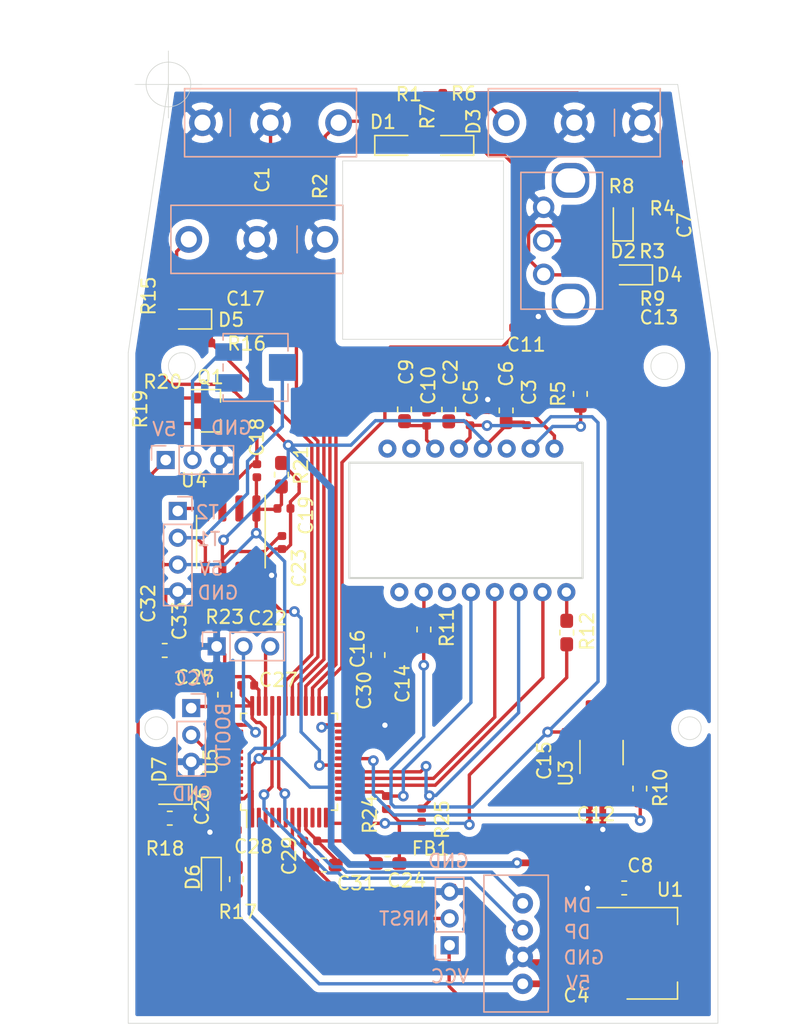
<source format=kicad_pcb>
(kicad_pcb (version 20171130) (host pcbnew "(5.1.6-0-10_14)")
  (layers (0 F.Cu signal) (31 B.Cu signal hide) (34 B.Paste user hide) (35 F.Paste user hide) (36 B.SilkS user hide) (37 F.SilkS user hide) (38 B.Mask user hide) (39 F.Mask user hide) (44 Edge.Cuts user))
  (net 0 "")
  (net 1 VCC1.9)
  (net 2 VCC)
  (net 3 5V)
  (net 4 "Net-(C10-Pad2)")
  (net 5 PB13)
  (net 6 PB14)
  (net 7 ADC_IN8)
  (net 8 "Net-(D1-Pad2)")
  (net 9 "Net-(D2-Pad2)")
  (net 10 "Net-(D3-Pad2)")
  (net 11 "Net-(D4-Pad2)")
  (net 12 "Net-(D5-Pad2)")
  (net 13 "Net-(D6-Pad2)")
  (net 14 "Net-(D7-Pad2)")
  (net 15 DP)
  (net 16 DM)
  (net 17 "Net-(J3-Pad2)")
  (net 18 "Net-(Q1-Pad1)")
  (net 19 "Net-(Q1-Pad3)")
  (net 20 "Net-(R5-Pad2)")
  (net 21 "Net-(R10-Pad2)")
  (net 22 PB15)
  (net 23 "Net-(R11-Pad2)")
  (net 24 PA2)
  (net 25 "Net-(R12-Pad1)")
  (net 26 "Net-(R13-Pad1)")
  (net 27 PB8)
  (net 28 PB9)
  (net 29 "Net-(R23-Pad2)")
  (net 30 NSS)
  (net 31 MOSI)
  (net 32 MISO)
  (net 33 SCLK)
  (net 34 GND)
  (net 35 "Net-(C24-Pad1)")
  (net 36 "Net-(J3-Pad1)")
  (net 37 PA9)
  (net 38 PA8)
  (net 39 PA10)
  (net 40 PB1)
  (net 41 "Net-(J5-Pad2)")
  (net 42 "Net-(J6-Pad3)")
  (net 43 "Net-(J6-Pad2)")
  (net 44 "Net-(J2-Pad2)")
  (net 45 "Net-(C29-Pad1)")
  (module Connector_PinHeader_2.00mm:PinHeader_1x04_P2.00mm_Vertical (layer B.Cu) (at 36.60076 52.51122 180)
    (fp_text reference J3 hide)
    (fp_text value Conn_01x04_Male)
    (pad 1 thru_hole rect (at 0 0 180) (size 1.35 1.35) (drill 0.8) (layers *.Cu *.Mask) (net 36 "Net-(J3-Pad1)"))
    (pad 2 thru_hole oval (at 0 -2 180) (size 1.35 1.35) (drill 0.8) (layers *.Cu *.Mask) (net 17 "Net-(J3-Pad2)"))
    (pad 3 thru_hole oval (at 0 -4 180) (size 1.35 1.35) (drill 0.8) (layers *.Cu *.Mask) (net 3 5V))
    (pad 4 thru_hole oval (at 0 -6 180) (size 1.35 1.35) (drill 0.8) (layers *.Cu *.Mask) (net 34 GND))
  )
  (module Connector_PinHeader_2.00mm:PinHeader_1x03_P2.00mm_Vertical (layer B.Cu) (at 37.60076 67.21122 180)
    (fp_text reference J2 hide)
    (fp_text value Conn_01x03_Male)
    (pad 3 thru_hole oval (at 0 -4 180) (size 1.35 1.35) (drill 0.8) (layers *.Cu *.Mask) (net 34 GND))
    (pad 2 thru_hole oval (at 0 -2 180) (size 1.35 1.35) (drill 0.8) (layers *.Cu *.Mask) (net 44 "Net-(J2-Pad2)"))
    (pad 1 thru_hole rect (at 0 0 180) (size 1.35 1.35) (drill 0.8) (layers *.Cu *.Mask) (net 2 VCC))
  )
  (module Connector_PinHeader_2.00mm:PinHeader_1x03_P2.00mm_Vertical (layer B.Cu) (at 39.50076 62.61122 270)
    (fp_text reference J6 hide)
    (fp_text value Conn_01x03_Male)
    (pad 3 thru_hole oval (at 0 -4 270) (size 1.35 1.35) (drill 0.8) (layers *.Cu *.Mask) (net 42 "Net-(J6-Pad3)"))
    (pad 2 thru_hole oval (at 0 -2 270) (size 1.35 1.35) (drill 0.8) (layers *.Cu *.Mask) (net 43 "Net-(J6-Pad2)"))
    (pad 1 thru_hole rect (at 0 0 270) (size 1.35 1.35) (drill 0.8) (layers *.Cu *.Mask) (net 34 GND))
  )
  (module Connector_PinHeader_2.00mm:PinHeader_1x03_P2.00mm_Vertical (layer B.Cu) (at 35.70076 48.71122 270)
    (fp_text reference J5 hide)
    (fp_text value Conn_01x03_Male)
    (pad 3 thru_hole oval (at 0 -4 270) (size 1.35 1.35) (drill 0.8) (layers *.Cu *.Mask) (net 34 GND))
    (pad 2 thru_hole oval (at 0 -2 270) (size 1.35 1.35) (drill 0.8) (layers *.Cu *.Mask) (net 41 "Net-(J5-Pad2)"))
    (pad 1 thru_hole rect (at 0 0 270) (size 1.35 1.35) (drill 0.8) (layers *.Cu *.Mask) (net 3 5V))
  )
  (module Capacitor_SMD:C_0603_1608Metric_Pad1.05x0.95mm_HandSolder (layer F.Cu) (at 35.62576 62.91122 180)
    (fp_text reference C33 (at -1.1 2.2 90) (layer F.SilkS))
    (fp_text value 10m)
    (pad 2 smd roundrect (at 0.875 0 180) (size 1.05 0.95) (layers F.Cu F.Paste F.Mask) (net 3 5V))
    (pad 1 smd roundrect (at -0.875 0 180) (size 1.05 0.95) (layers F.Cu F.Paste F.Mask) (net 34 GND))
  )
  (module Capacitor_SMD:C_0402_1005Metric (layer F.Cu) (at 35.21576 61.51122 180)
    (fp_text reference C32 (at 0.815 2.1 90) (layer F.SilkS))
    (fp_text value 100k)
    (pad 2 smd roundrect (at 0.485 0 180) (size 0.59 0.64) (layers F.Cu F.Paste F.Mask) (net 3 5V))
    (pad 1 smd roundrect (at -0.485 0 180) (size 0.59 0.64) (layers F.Cu F.Paste F.Mask) (net 34 GND))
  )
  (module Potentiometer_SMD:Potentiometer_Bourns_3214J_Horizontal (layer B.Cu) (at 42.40076 41.81122 180)
    (fp_text reference RV1 hide)
    (fp_text value R_POT)
    (pad 1 smd rect (at 2 1.15 180) (size 2 1.3) (layers B.Cu B.Paste B.Mask) (net 41 "Net-(J5-Pad2)"))
    (pad 2 smd rect (at -2 0 180) (size 2 2) (layers B.Cu B.Paste B.Mask) (net 17 "Net-(J3-Pad2)"))
    (pad 3 smd rect (at 2 -1.15 180) (size 2 1.3) (layers B.Cu B.Paste B.Mask))
  )
  (module Mouse_encoder:Encoder (layer B.Cu) (at 63.89776 32.36722 90)
    (fp_text reference SW3 hide)
    (fp_text value Conn_01x03_Male)
    (pad 1 thru_hole circle (at -2.5 0 90) (size 1.6 1.6) (drill 1) (layers *.Cu *.Mask) (net 11 "Net-(D4-Pad2)"))
    (pad 2 thru_hole circle (at 0 0 90) (size 1.6 1.6) (drill 1) (layers *.Cu *.Mask) (net 9 "Net-(D2-Pad2)"))
    (pad 3 thru_hole circle (at 2.5 0 90) (size 1.6 1.6) (drill 1) (layers *.Cu *.Mask) (net 34 GND))
    (pad "" thru_hole roundrect (at -4.5 2 90) (size 2.6 2.8) (drill oval 1.8 2.2) (layers *.Cu *.Mask) (roundrect_rratio 0.385))
    (pad "" thru_hole roundrect (at 4.5 2 90) (size 2.6 2.8) (drill oval 1.8 2.2) (layers *.Cu *.Mask) (roundrect_rratio 0.385))
  )
  (module Package_SO:SOIC-8_3.9x4.9mm_P1.27mm (layer F.Cu) (at 40.56126 54.79872 270)
    (fp_text reference U4 (at -4.5705 2.7305 180) (layer F.SilkS))
    (fp_text value AD8556ARZ)
    (pad 8 smd roundrect (at 2.475 -1.905 270) (size 1.95 0.6) (layers F.Cu F.Paste F.Mask) (net 34 GND))
    (pad 7 smd roundrect (at 2.475 -0.635 270) (size 1.95 0.6) (layers F.Cu F.Paste F.Mask) (net 29 "Net-(R23-Pad2)"))
    (pad 6 smd roundrect (at 2.475 0.635 270) (size 1.95 0.6) (layers F.Cu F.Paste F.Mask) (net 2 VCC))
    (pad 5 smd roundrect (at 2.475 1.905 270) (size 1.95 0.6) (layers F.Cu F.Paste F.Mask) (net 17 "Net-(J3-Pad2)"))
    (pad 4 smd roundrect (at -2.475 1.905 270) (size 1.95 0.6) (layers F.Cu F.Paste F.Mask) (net 36 "Net-(J3-Pad1)"))
    (pad 3 smd roundrect (at -2.475 0.635 270) (size 1.95 0.6) (layers F.Cu F.Paste F.Mask) (net 19 "Net-(Q1-Pad3)"))
    (pad 2 smd roundrect (at -2.475 -0.635 270) (size 1.95 0.6) (layers F.Cu F.Paste F.Mask))
    (pad 1 smd roundrect (at -2.475 -1.905 270) (size 1.95 0.6) (layers F.Cu F.Paste F.Mask) (net 3 5V))
  )
  (module Connector_PinHeader_2.00mm:NXW-04 (layer B.Cu) (at 62.34176 84.76742 90)
    (fp_text reference J1 hide)
    (fp_text value Conn_01x04_Male)
    (pad 2 thru_hole circle (at -1 0 90) (size 1.524 1.524) (drill 0.8) (layers *.Cu *.Mask) (net 34 GND))
    (pad 3 thru_hole circle (at 1 0 90) (size 1.524 1.524) (drill 0.8) (layers *.Cu *.Mask) (net 15 DP))
    (pad 4 thru_hole circle (at 3 0 90) (size 1.524 1.524) (drill 0.8) (layers *.Cu *.Mask) (net 16 DM))
    (pad 1 thru_hole circle (at -3 0 90) (size 1.524 1.524) (drill 0.8) (layers *.Cu *.Mask) (net 3 5V))
  )
  (module Button_Switch_THT:Button_mouse (layer B.Cu) (at 66.18076 23.56122 180)
    (fp_text reference SW2 hide)
    (fp_text value SW_SPDT)
    (pad 3 thru_hole circle (at 0 0 180) (size 2 2) (drill 1.2) (layers *.Cu *.Mask) (net 34 GND))
    (pad 2 thru_hole circle (at -5.08 0 180) (size 2 2) (drill 1.2) (layers *.Cu *.Mask) (net 34 GND))
    (pad 1 thru_hole circle (at 5.08 0 180) (size 2 2) (drill 1.2) (layers *.Cu *.Mask) (net 10 "Net-(D3-Pad2)"))
  )
  (module Capacitor_SMD:C_0402_1005Metric (layer F.Cu) (at 44.18076 27.81822 270)
    (fp_text reference C1 (at 0 1.27 90) (layer F.SilkS))
    (fp_text value 220k)
    (pad 1 smd roundrect (at -0.485 0 270) (size 0.59 0.64) (layers F.Cu F.Paste F.Mask) (net 34 GND))
    (pad 2 smd roundrect (at 0.485 0 270) (size 0.59 0.64) (layers F.Cu F.Paste F.Mask) (net 37 PA9))
  )
  (module Capacitor_SMD:C_0603_1608Metric_Pad1.05x0.95mm_HandSolder (layer F.Cu) (at 56.81726 44.95422 270)
    (fp_text reference C2 (at -2.794 -0.141 90) (layer F.SilkS))
    (fp_text value 10m)
    (pad 2 smd roundrect (at 0.875 0 270) (size 1.05 0.95) (layers F.Cu F.Paste F.Mask) (net 1 VCC1.9))
    (pad 1 smd roundrect (at -0.875 0 270) (size 1.05 0.95) (layers F.Cu F.Paste F.Mask) (net 34 GND))
  )
  (module Capacitor_SMD:C_0402_1005Metric (layer F.Cu) (at 62.62116 45.62602 270)
    (fp_text reference C3 (at -1.9685 -0.1905 90) (layer F.SilkS))
    (fp_text value 100k)
    (pad 1 smd roundrect (at -0.485 0 270) (size 0.59 0.64) (layers F.Cu F.Paste F.Mask) (net 34 GND))
    (pad 2 smd roundrect (at 0.485 0 270) (size 0.59 0.64) (layers F.Cu F.Paste F.Mask) (net 2 VCC))
  )
  (module Capacitor_SMD:C_0402_1005Metric (layer F.Cu) (at 66.40576 86.67242 270)
    (fp_text reference C4 (at 1.9685 0.0635 180) (layer F.SilkS))
    (fp_text value 100k)
    (pad 2 smd roundrect (at 0.485 0 270) (size 0.59 0.64) (layers F.Cu F.Paste F.Mask) (net 3 5V))
    (pad 1 smd roundrect (at -0.485 0 270) (size 0.59 0.64) (layers F.Cu F.Paste F.Mask) (net 34 GND))
  )
  (module Capacitor_SMD:C_0402_1005Metric (layer F.Cu) (at 58.40476 45.63872 270)
    (fp_text reference C5 (at -1.9685 -0.0635 90) (layer F.SilkS))
    (fp_text value 100k)
    (pad 1 smd roundrect (at -0.485 0 270) (size 0.59 0.64) (layers F.Cu F.Paste F.Mask) (net 34 GND))
    (pad 2 smd roundrect (at 0.485 0 270) (size 0.59 0.64) (layers F.Cu F.Paste F.Mask) (net 1 VCC1.9))
  )
  (module Capacitor_SMD:C_0603_1608Metric_Pad1.05x0.95mm_HandSolder (layer F.Cu) (at 61.09716 45.01642 270)
    (fp_text reference C6 (at -2.7432 0 90) (layer F.SilkS))
    (fp_text value 10m)
    (pad 1 smd roundrect (at -0.875 0 270) (size 1.05 0.95) (layers F.Cu F.Paste F.Mask) (net 34 GND))
    (pad 2 smd roundrect (at 0.875 0 270) (size 1.05 0.95) (layers F.Cu F.Paste F.Mask) (net 2 VCC))
  )
  (module Capacitor_SMD:C_0402_1005Metric (layer F.Cu) (at 74.15276 29.06522 270)
    (fp_text reference C7 (at 2.146 -0.248 90) (layer F.SilkS))
    (fp_text value 220k)
    (pad 2 smd roundrect (at 0.485 0 270) (size 0.59 0.64) (layers F.Cu F.Paste F.Mask) (net 6 PB14))
    (pad 1 smd roundrect (at -0.485 0 270) (size 0.59 0.64) (layers F.Cu F.Paste F.Mask) (net 34 GND))
  )
  (module Capacitor_SMD:C_0603_1608Metric_Pad1.05x0.95mm_HandSolder (layer F.Cu) (at 69.90842 80.6196)
    (fp_text reference C8 (at 1.19634 -1.66878) (layer F.SilkS))
    (fp_text value 10m)
    (pad 1 smd roundrect (at -0.875 0) (size 1.05 0.95) (layers F.Cu F.Paste F.Mask) (net 34 GND))
    (pad 2 smd roundrect (at 0.875 0) (size 1.05 0.95) (layers F.Cu F.Paste F.Mask) (net 2 VCC))
  )
  (module Capacitor_SMD:C_0603_1608Metric_Pad1.05x0.95mm_HandSolder (layer F.Cu) (at 53.51526 44.94022 270)
    (fp_text reference C9 (at -2.794 -0.127 90) (layer F.SilkS))
    (fp_text value 10m)
    (pad 2 smd roundrect (at 0.875 0 270) (size 1.05 0.95) (layers F.Cu F.Paste F.Mask) (net 4 "Net-(C10-Pad2)"))
    (pad 1 smd roundrect (at -0.875 0 270) (size 1.05 0.95) (layers F.Cu F.Paste F.Mask) (net 34 GND))
  )
  (module Capacitor_SMD:C_0402_1005Metric (layer F.Cu) (at 55.16626 45.66172 270)
    (fp_text reference C10 (at -2.517 -0.127 90) (layer F.SilkS))
    (fp_text value 100k)
    (pad 1 smd roundrect (at -0.485 0 270) (size 0.59 0.64) (layers F.Cu F.Paste F.Mask) (net 34 GND))
    (pad 2 smd roundrect (at 0.485 0 270) (size 0.59 0.64) (layers F.Cu F.Paste F.Mask) (net 4 "Net-(C10-Pad2)"))
  )
  (module Capacitor_SMD:C_0402_1005Metric (layer F.Cu) (at 62.11076 38.84422 180)
    (fp_text reference C11 (at -0.485 -1.27) (layer F.SilkS))
    (fp_text value 220k)
    (pad 2 smd roundrect (at 0.485 0 180) (size 0.59 0.64) (layers F.Cu F.Paste F.Mask) (net 38 PA8))
    (pad 1 smd roundrect (at -0.485 0 180) (size 0.59 0.64) (layers F.Cu F.Paste F.Mask) (net 34 GND))
  )
  (module Capacitor_SMD:C_0402_1005Metric (layer F.Cu) (at 67.79754 73.95464 180)
    (fp_text reference C12 (at 0 -1.17) (layer F.SilkS))
    (fp_text value 100k)
    (pad 1 smd roundrect (at -0.485 0 180) (size 0.59 0.64) (layers F.Cu F.Paste F.Mask) (net 34 GND))
    (pad 2 smd roundrect (at 0.485 0 180) (size 0.59 0.64) (layers F.Cu F.Paste F.Mask) (net 2 VCC))
  )
  (module Capacitor_SMD:C_0402_1005Metric (layer F.Cu) (at 69.93876 37.95522)
    (fp_text reference C13 (at 2.563 0.127) (layer F.SilkS))
    (fp_text value 220k)
    (pad 2 smd roundrect (at 0.485 0) (size 0.59 0.64) (layers F.Cu F.Paste F.Mask) (net 22 PB15))
    (pad 1 smd roundrect (at -0.485 0) (size 0.59 0.64) (layers F.Cu F.Paste F.Mask) (net 34 GND))
  )
  (module Capacitor_SMD:C_0402_1005Metric (layer F.Cu) (at 53.24856 62.92582 90)
    (fp_text reference C14 (at -2.4614 0.127 90) (layer F.SilkS))
    (fp_text value 100k)
    (pad 2 smd roundrect (at 0.485 0 90) (size 0.59 0.64) (layers F.Cu F.Paste F.Mask) (net 1 VCC1.9))
    (pad 1 smd roundrect (at -0.485 0 90) (size 0.59 0.64) (layers F.Cu F.Paste F.Mask) (net 34 GND))
  )
  (module Capacitor_SMD:C_0402_1005Metric (layer F.Cu) (at 65.55232 69.47168 90)
    (fp_text reference C15 (at -1.65594 -1.61036 90) (layer F.SilkS))
    (fp_text value 100k)
    (pad 2 smd roundrect (at 0.485 0 90) (size 0.59 0.64) (layers F.Cu F.Paste F.Mask) (net 1 VCC1.9))
    (pad 1 smd roundrect (at -0.485 0 90) (size 0.59 0.64) (layers F.Cu F.Paste F.Mask) (net 34 GND))
  )
  (module Capacitor_SMD:C_0603_1608Metric_Pad1.05x0.95mm_HandSolder (layer F.Cu) (at 51.53406 63.25232 90)
    (fp_text reference C16 (at 0.4559 -1.5113 90) (layer F.SilkS))
    (fp_text value 10m)
    (pad 1 smd roundrect (at -0.875 0 90) (size 1.05 0.95) (layers F.Cu F.Paste F.Mask) (net 34 GND))
    (pad 2 smd roundrect (at 0.875 0 90) (size 1.05 0.95) (layers F.Cu F.Paste F.Mask) (net 1 VCC1.9))
  )
  (module Capacitor_SMD:C_0402_1005Metric (layer F.Cu) (at 39.10076 36.43122 180)
    (fp_text reference C17 (at -2.54 -0.254) (layer F.SilkS))
    (fp_text value 220k)
    (pad 1 smd roundrect (at -0.485 0 180) (size 0.59 0.64) (layers F.Cu F.Paste F.Mask) (net 34 GND))
    (pad 2 smd roundrect (at 0.485 0 180) (size 0.59 0.64) (layers F.Cu F.Paste F.Mask) (net 39 PA10))
  )
  (module Capacitor_SMD:C_0603_1608Metric_Pad1.05x0.95mm_HandSolder (layer F.Cu) (at 44.33316 49.80782 270)
    (fp_text reference C18 (at -2.7966 1.8324 90) (layer F.SilkS))
    (fp_text value 10m)
    (pad 1 smd roundrect (at -0.875 0 270) (size 1.05 0.95) (layers F.Cu F.Paste F.Mask) (net 34 GND))
    (pad 2 smd roundrect (at 0.875 0 270) (size 1.05 0.95) (layers F.Cu F.Paste F.Mask) (net 3 5V))
  )
  (module Capacitor_SMD:C_0402_1005Metric (layer F.Cu) (at 44.52126 52.32372 180)
    (fp_text reference C19 (at -1.6407 -0.5207 90) (layer F.SilkS))
    (fp_text value 100k)
    (pad 1 smd roundrect (at -0.485 0 180) (size 0.59 0.64) (layers F.Cu F.Paste F.Mask) (net 34 GND))
    (pad 2 smd roundrect (at 0.485 0 180) (size 0.59 0.64) (layers F.Cu F.Paste F.Mask) (net 3 5V))
  )
  (module Capacitor_SMD:C_0402_1005Metric (layer F.Cu) (at 42.98576 59.10872)
    (fp_text reference C22 (at 0.315 1.4025) (layer F.SilkS))
    (fp_text value 100k)
    (pad 1 smd roundrect (at -0.485 0) (size 0.59 0.64) (layers F.Cu F.Paste F.Mask) (net 34 GND))
    (pad 2 smd roundrect (at 0.485 0) (size 0.59 0.64) (layers F.Cu F.Paste F.Mask) (net 7 ADC_IN8))
  )
  (module Capacitor_SMD:C_0402_1005Metric (layer F.Cu) (at 44.37126 54.86372 270)
    (fp_text reference C23 (at 1.905 -1.27 90) (layer F.SilkS))
    (fp_text value 100k)
    (pad 2 smd roundrect (at 0.485 0 270) (size 0.59 0.64) (layers F.Cu F.Paste F.Mask) (net 34 GND))
    (pad 1 smd roundrect (at -0.485 0 270) (size 0.59 0.64) (layers F.Cu F.Paste F.Mask) (net 2 VCC))
  )
  (module Capacitor_SMD:C_0402_1005Metric (layer F.Cu) (at 54.40426 81.47572 90)
    (fp_text reference C24 (at 1.4073 -0.7239) (layer F.SilkS))
    (fp_text value 100k)
    (pad 1 smd roundrect (at -0.485 0 90) (size 0.59 0.64) (layers F.Cu F.Paste F.Mask) (net 35 "Net-(C24-Pad1)"))
    (pad 2 smd roundrect (at 0.485 0 90) (size 0.59 0.64) (layers F.Cu F.Paste F.Mask) (net 34 GND))
  )
  (module Capacitor_SMD:C_0603_1608Metric_Pad1.05x0.95mm_HandSolder (layer F.Cu) (at 40.10076 66.21122 90)
    (fp_text reference C25 (at 1.3 -2.2 180) (layer F.SilkS))
    (fp_text value 10m)
    (pad 2 smd roundrect (at 0.875 0 90) (size 1.05 0.95) (layers F.Cu F.Paste F.Mask) (net 34 GND))
    (pad 1 smd roundrect (at -0.875 0 90) (size 1.05 0.95) (layers F.Cu F.Paste F.Mask) (net 2 VCC))
  )
  (module Capacitor_SMD:C_0402_1005Metric (layer F.Cu) (at 39.94926 75.03922 180)
    (fp_text reference C26 (at 1.5485 0.528 270) (layer F.SilkS))
    (fp_text value 100k)
    (pad 1 smd roundrect (at -0.485 0 180) (size 0.59 0.64) (layers F.Cu F.Paste F.Mask) (net 2 VCC))
    (pad 2 smd roundrect (at 0.485 0 180) (size 0.59 0.64) (layers F.Cu F.Paste F.Mask) (net 34 GND))
  )
  (module Capacitor_SMD:C_0402_1005Metric (layer F.Cu) (at 41.81576 65.51122)
    (fp_text reference C27 (at 2.285 -0.4) (layer F.SilkS))
    (fp_text value 100k)
    (pad 2 smd roundrect (at 0.485 0) (size 0.59 0.64) (layers F.Cu F.Paste F.Mask) (net 34 GND))
    (pad 1 smd roundrect (at -0.485 0) (size 0.59 0.64) (layers F.Cu F.Paste F.Mask) (net 2 VCC))
  )
  (module Capacitor_SMD:C_0402_1005Metric (layer F.Cu) (at 40.58426 76.30922 180)
    (fp_text reference C28 (at -1.6661 -1.2192 180) (layer F.SilkS))
    (fp_text value 100k)
    (pad 1 smd roundrect (at -0.485 0 180) (size 0.59 0.64) (layers F.Cu F.Paste F.Mask) (net 2 VCC))
    (pad 2 smd roundrect (at 0.485 0 180) (size 0.59 0.64) (layers F.Cu F.Paste F.Mask) (net 34 GND))
  )
  (module Capacitor_SMD:C_0402_1005Metric (layer F.Cu) (at 46.51576 77.11122 180)
    (fp_text reference C29 (at 1.6026 -1.1176 270) (layer F.SilkS))
    (fp_text value 100k)
    (pad 2 smd roundrect (at 0.485 0 180) (size 0.59 0.64) (layers F.Cu F.Paste F.Mask) (net 34 GND))
    (pad 1 smd roundrect (at -0.485 0 180) (size 0.59 0.64) (layers F.Cu F.Paste F.Mask) (net 45 "Net-(C29-Pad1)"))
  )
  (module Capacitor_SMD:C_0402_1005Metric (layer F.Cu) (at 50.60076 68.29622 270)
    (fp_text reference C30 (at -2.4027 0.09906 90) (layer F.SilkS))
    (fp_text value 100k)
    (pad 2 smd roundrect (at 0.485 0 270) (size 0.59 0.64) (layers F.Cu F.Paste F.Mask) (net 34 GND))
    (pad 1 smd roundrect (at -0.485 0 270) (size 0.59 0.64) (layers F.Cu F.Paste F.Mask) (net 2 VCC))
  )
  (module Capacitor_SMD:C_0603_1608Metric_Pad1.05x0.95mm_HandSolder (layer F.Cu) (at 47.50184 78.91018 180)
    (fp_text reference C31 (at -2.41932 -1.36144 180) (layer F.SilkS))
    (fp_text value 1m)
    (pad 2 smd roundrect (at 0.875 0 180) (size 1.05 0.95) (layers F.Cu F.Paste F.Mask) (net 34 GND))
    (pad 1 smd roundrect (at -0.875 0 180) (size 1.05 0.95) (layers F.Cu F.Paste F.Mask) (net 45 "Net-(C29-Pad1)"))
  )
  (module Diode_SMD:D_0603_1608Metric_Pad1.05x0.95mm_HandSolder (layer F.Cu) (at 52.95776 25.25522)
    (fp_text reference D1 (at -1.055 -1.75) (layer F.SilkS))
    (fp_text value D)
    (pad 2 smd roundrect (at 0.875 0) (size 1.05 0.95) (layers F.Cu F.Paste F.Mask) (net 8 "Net-(D1-Pad2)"))
    (pad 1 smd roundrect (at -0.875 0) (size 1.05 0.95) (layers F.Cu F.Paste F.Mask) (net 37 PA9))
  )
  (module Diode_SMD:D_0603_1608Metric_Pad1.05x0.95mm_HandSolder (layer F.Cu) (at 69.83476 30.71622 90)
    (fp_text reference D2 (at -2.427 0 180) (layer F.SilkS))
    (fp_text value D)
    (pad 1 smd roundrect (at -0.875 0 90) (size 1.05 0.95) (layers F.Cu F.Paste F.Mask) (net 6 PB14))
    (pad 2 smd roundrect (at 0.875 0 90) (size 1.05 0.95) (layers F.Cu F.Paste F.Mask) (net 9 "Net-(D2-Pad2)"))
  )
  (module Diode_SMD:D_0603_1608Metric_Pad1.05x0.95mm_HandSolder (layer F.Cu) (at 57.02176 25.25522 180)
    (fp_text reference D3 (at -1.637 1.778 90) (layer F.SilkS))
    (fp_text value D)
    (pad 2 smd roundrect (at 0.875 0 180) (size 1.05 0.95) (layers F.Cu F.Paste F.Mask) (net 10 "Net-(D3-Pad2)"))
    (pad 1 smd roundrect (at -0.875 0 180) (size 1.05 0.95) (layers F.Cu F.Paste F.Mask) (net 38 PA8))
  )
  (module Diode_SMD:D_0603_1608Metric_Pad1.05x0.95mm_HandSolder (layer F.Cu) (at 70.35676 34.90722 180)
    (fp_text reference D4 (at -2.935 0) (layer F.SilkS))
    (fp_text value D)
    (pad 1 smd roundrect (at -0.875 0 180) (size 1.05 0.95) (layers F.Cu F.Paste F.Mask) (net 22 PB15))
    (pad 2 smd roundrect (at 0.875 0 180) (size 1.05 0.95) (layers F.Cu F.Paste F.Mask) (net 11 "Net-(D4-Pad2)"))
  )
  (module Diode_SMD:D_0603_1608Metric_Pad1.05x0.95mm_HandSolder (layer F.Cu) (at 37.46376 38.20922 180)
    (fp_text reference D5 (at -3.1102 -0.0508) (layer F.SilkS))
    (fp_text value D)
    (pad 1 smd roundrect (at -0.875 0 180) (size 1.05 0.95) (layers F.Cu F.Paste F.Mask) (net 39 PA10))
    (pad 2 smd roundrect (at 0.875 0 180) (size 1.05 0.95) (layers F.Cu F.Paste F.Mask) (net 12 "Net-(D5-Pad2)"))
  )
  (module LED_SMD:LED_0603_1608Metric_Pad1.05x0.95mm_HandSolder (layer F.Cu) (at 39.10076 80.00622 270)
    (fp_text reference D6 (at -0.1918 1.3716 90) (layer F.SilkS))
    (fp_text value LED)
    (pad 2 smd roundrect (at 0.875 0 270) (size 1.05 0.95) (layers F.Cu F.Paste F.Mask) (net 13 "Net-(D6-Pad2)"))
    (pad 1 smd roundrect (at -0.875 0 270) (size 1.05 0.95) (layers F.Cu F.Paste F.Mask) (net 34 GND))
  )
  (module LED_SMD:LED_0603_1608Metric_Pad1.05x0.95mm_HandSolder (layer F.Cu) (at 35.98926 73.64222 180)
    (fp_text reference D7 (at 0.762 1.8415 90) (layer F.SilkS))
    (fp_text value LED)
    (pad 1 smd roundrect (at -0.875 0 180) (size 1.05 0.95) (layers F.Cu F.Paste F.Mask) (net 34 GND))
    (pad 2 smd roundrect (at 0.875 0 180) (size 1.05 0.95) (layers F.Cu F.Paste F.Mask) (net 14 "Net-(D7-Pad2)"))
  )
  (module Inductor_SMD:L_0603_1608Metric_Pad1.05x0.95mm_HandSolder (layer F.Cu) (at 52.25796 78.79334 180)
    (fp_text reference FB1 (at -3.2004 1.11252 180) (layer F.SilkS))
    (fp_text value FB)
    (pad 1 smd roundrect (at -0.875 0 180) (size 1.05 0.95) (layers F.Cu F.Paste F.Mask) (net 2 VCC))
    (pad 2 smd roundrect (at 0.875 0 180) (size 1.05 0.95) (layers F.Cu F.Paste F.Mask) (net 45 "Net-(C29-Pad1)"))
  )
  (module Package_TO_SOT_SMD:SOT-23 (layer F.Cu) (at 39.02964 45.04098)
    (fp_text reference Q1 (at 0 -2.5) (layer F.SilkS))
    (fp_text value Q_NPN_BEC)
    (pad 1 smd rect (at -1 -0.95) (size 0.9 0.8) (layers F.Cu F.Paste F.Mask) (net 18 "Net-(Q1-Pad1)"))
    (pad 2 smd rect (at -1 0.95) (size 0.9 0.8) (layers F.Cu F.Paste F.Mask) (net 34 GND))
    (pad 3 smd rect (at 1 0) (size 0.9 0.8) (layers F.Cu F.Paste F.Mask) (net 19 "Net-(Q1-Pad3)"))
  )
  (module Resistor_SMD:R_0402_1005Metric (layer F.Cu) (at 53.83276 22.96922 90)
    (fp_text reference R1 (at 1.524 0 180) (layer F.SilkS))
    (fp_text value 20k)
    (pad 1 smd roundrect (at -0.485 0 90) (size 0.59 0.64) (layers F.Cu F.Paste F.Mask) (net 8 "Net-(D1-Pad2)"))
    (pad 2 smd roundrect (at 0.485 0 90) (size 0.59 0.64) (layers F.Cu F.Paste F.Mask) (net 2 VCC))
  )
  (module Resistor_SMD:R_0402_1005Metric (layer F.Cu) (at 45.45076 27.79522 90)
    (fp_text reference R2 (at -0.508 1.778 90) (layer F.SilkS))
    (fp_text value 20k)
    (pad 2 smd roundrect (at 0.485 0 90) (size 0.59 0.64) (layers F.Cu F.Paste F.Mask) (net 8 "Net-(D1-Pad2)"))
    (pad 1 smd roundrect (at -0.485 0 90) (size 0.59 0.64) (layers F.Cu F.Paste F.Mask) (net 37 PA9))
  )
  (module Resistor_SMD:R_0402_1005Metric (layer F.Cu) (at 71.86676 31.47822 90)
    (fp_text reference R3 (at -1.674 0.127 180) (layer F.SilkS))
    (fp_text value 20k)
    (pad 1 smd roundrect (at -0.485 0 90) (size 0.59 0.64) (layers F.Cu F.Paste F.Mask) (net 6 PB14))
    (pad 2 smd roundrect (at 0.485 0 90) (size 0.59 0.64) (layers F.Cu F.Paste F.Mask) (net 9 "Net-(D2-Pad2)"))
  )
  (module Resistor_SMD:R_0402_1005Metric (layer F.Cu) (at 72.75576 28.15322 90)
    (fp_text reference R4 (at -1.801 0 180) (layer F.SilkS))
    (fp_text value 20k)
    (pad 2 smd roundrect (at 0.485 0 90) (size 0.59 0.64) (layers F.Cu F.Paste F.Mask) (net 2 VCC))
    (pad 1 smd roundrect (at -0.485 0 90) (size 0.59 0.64) (layers F.Cu F.Paste F.Mask) (net 9 "Net-(D2-Pad2)"))
  )
  (module Resistor_SMD:R_0603_1608Metric_Pad1.05x0.95mm_HandSolder (layer F.Cu) (at 66.63436 43.78582 270)
    (fp_text reference R5 (at -0.014 1.651 90) (layer F.SilkS))
    (fp_text value 130R)
    (pad 1 smd roundrect (at -0.875 0 270) (size 1.05 0.95) (layers F.Cu F.Paste F.Mask) (net 5 PB13))
    (pad 2 smd roundrect (at 0.875 0 270) (size 1.05 0.95) (layers F.Cu F.Paste F.Mask) (net 20 "Net-(R5-Pad2)"))
  )
  (module Resistor_SMD:R_0402_1005Metric (layer F.Cu) (at 56.37276 21.82622 90)
    (fp_text reference R6 (at 0.4318 1.5748 180) (layer F.SilkS))
    (fp_text value 20k)
    (pad 2 smd roundrect (at 0.485 0 90) (size 0.59 0.64) (layers F.Cu F.Paste F.Mask) (net 2 VCC))
    (pad 1 smd roundrect (at -0.485 0 90) (size 0.59 0.64) (layers F.Cu F.Paste F.Mask) (net 10 "Net-(D3-Pad2)"))
  )
  (module Resistor_SMD:R_0402_1005Metric (layer F.Cu) (at 56.85776 23.60422 180)
    (fp_text reference R7 (at 1.628 0.508 270) (layer F.SilkS))
    (fp_text value 20k)
    (pad 2 smd roundrect (at 0.485 0 180) (size 0.59 0.64) (layers F.Cu F.Paste F.Mask) (net 10 "Net-(D3-Pad2)"))
    (pad 1 smd roundrect (at -0.485 0 180) (size 0.59 0.64) (layers F.Cu F.Paste F.Mask) (net 38 PA8))
  )
  (module Resistor_SMD:R_0402_1005Metric (layer F.Cu) (at 71.35876 28.19922 270)
    (fp_text reference R8 (at 0.104 1.651 180) (layer F.SilkS))
    (fp_text value 20k)
    (pad 1 smd roundrect (at -0.485 0 270) (size 0.59 0.64) (layers F.Cu F.Paste F.Mask) (net 11 "Net-(D4-Pad2)"))
    (pad 2 smd roundrect (at 0.485 0 270) (size 0.59 0.64) (layers F.Cu F.Paste F.Mask) (net 2 VCC))
  )
  (module Resistor_SMD:R_0402_1005Metric (layer F.Cu) (at 69.85776 36.55822 180)
    (fp_text reference R9 (at -2.159 -0.127) (layer F.SilkS))
    (fp_text value 20k)
    (pad 1 smd roundrect (at -0.485 0 180) (size 0.59 0.64) (layers F.Cu F.Paste F.Mask) (net 22 PB15))
    (pad 2 smd roundrect (at 0.485 0 180) (size 0.59 0.64) (layers F.Cu F.Paste F.Mask) (net 11 "Net-(D4-Pad2)"))
  )
  (module Resistor_SMD:R_0603_1608Metric_Pad1.05x0.95mm_HandSolder (layer F.Cu) (at 71.07174 73.21166 90)
    (fp_text reference R10 (at 0.06474 1.53162 90) (layer F.SilkS))
    (fp_text value 130R)
    (pad 2 smd roundrect (at 0.875 0 90) (size 1.05 0.95) (layers F.Cu F.Paste F.Mask) (net 21 "Net-(R10-Pad2)"))
    (pad 1 smd roundrect (at -0.875 0 90) (size 1.05 0.95) (layers F.Cu F.Paste F.Mask) (net 40 PB1))
  )
  (module Resistor_SMD:R_0603_1608Metric_Pad1.05x0.95mm_HandSolder (layer F.Cu) (at 54.96306 61.34732 90)
    (fp_text reference R11 (at 0.1257 1.7145 270) (layer F.SilkS))
    (fp_text value 13R)
    (pad 1 smd roundrect (at -0.875 0 90) (size 1.05 0.95) (layers F.Cu F.Paste F.Mask) (net 1 VCC1.9))
    (pad 2 smd roundrect (at 0.875 0 90) (size 1.05 0.95) (layers F.Cu F.Paste F.Mask) (net 23 "Net-(R11-Pad2)"))
  )
  (module Resistor_SMD:R_0603_1608Metric_Pad1.05x0.95mm_HandSolder (layer F.Cu) (at 65.61836 61.57722 270)
    (fp_text reference R12 (at -0.1016 -1.524 90) (layer F.SilkS))
    (fp_text value 130R)
    (pad 2 smd roundrect (at 0.875 0 270) (size 1.05 0.95) (layers F.Cu F.Paste F.Mask) (net 24 PA2))
    (pad 1 smd roundrect (at -0.875 0 270) (size 1.05 0.95) (layers F.Cu F.Paste F.Mask) (net 25 "Net-(R12-Pad1)"))
  )
  (module Resistor_SMD:R_0402_1005Metric (layer F.Cu) (at 67.81306 66.94424 180)
    (fp_text reference R13 hide)
    (fp_text value 27k4)
    (pad 2 smd roundrect (at 0.485 0 180) (size 0.59 0.64) (layers F.Cu F.Paste F.Mask) (net 1 VCC1.9))
    (pad 1 smd roundrect (at -0.485 0 180) (size 0.59 0.64) (layers F.Cu F.Paste F.Mask) (net 26 "Net-(R13-Pad1)"))
  )
  (module Resistor_SMD:R_0402_1005Metric (layer F.Cu) (at 70.02004 66.94424 180)
    (fp_text reference R14 hide)
    (fp_text value 20k)
    (pad 1 smd roundrect (at -0.485 0 180) (size 0.59 0.64) (layers F.Cu F.Paste F.Mask) (net 34 GND))
    (pad 2 smd roundrect (at 0.485 0 180) (size 0.59 0.64) (layers F.Cu F.Paste F.Mask) (net 26 "Net-(R13-Pad1)"))
  )
  (module Resistor_SMD:R_0402_1005Metric (layer F.Cu) (at 36.02976 36.43122 180)
    (fp_text reference R15 (at 1.6026 -0.0508 90) (layer F.SilkS))
    (fp_text value 20k)
    (pad 2 smd roundrect (at 0.485 0 180) (size 0.59 0.64) (layers F.Cu F.Paste F.Mask) (net 2 VCC))
    (pad 1 smd roundrect (at -0.485 0 180) (size 0.59 0.64) (layers F.Cu F.Paste F.Mask) (net 12 "Net-(D5-Pad2)"))
  )
  (module Resistor_SMD:R_0402_1005Metric (layer F.Cu) (at 38.61576 39.98722 180)
    (fp_text reference R16 (at -3.1266 -0.0508) (layer F.SilkS))
    (fp_text value 20k)
    (pad 1 smd roundrect (at -0.485 0 180) (size 0.59 0.64) (layers F.Cu F.Paste F.Mask) (net 39 PA10))
    (pad 2 smd roundrect (at 0.485 0 180) (size 0.59 0.64) (layers F.Cu F.Paste F.Mask) (net 12 "Net-(D5-Pad2)"))
  )
  (module Resistor_SMD:R_0603_1608Metric_Pad1.05x0.95mm_HandSolder (layer F.Cu) (at 40.98036 79.96682 90)
    (fp_text reference R17 (at -2.4384 0.1016 180) (layer F.SilkS))
    (fp_text value 130R)
    (pad 1 smd roundrect (at -0.875 0 90) (size 1.05 0.95) (layers F.Cu F.Paste F.Mask) (net 13 "Net-(D6-Pad2)"))
    (pad 2 smd roundrect (at 0.875 0 90) (size 1.05 0.95) (layers F.Cu F.Paste F.Mask) (net 2 VCC))
  )
  (module Resistor_SMD:R_0603_1608Metric_Pad1.05x0.95mm_HandSolder (layer F.Cu) (at 36.00326 75.42022)
    (fp_text reference R18 (at -0.3569 2.2606 180) (layer F.SilkS))
    (fp_text value 130R)
    (pad 1 smd roundrect (at -0.875 0) (size 1.05 0.95) (layers F.Cu F.Paste F.Mask) (net 14 "Net-(D7-Pad2)"))
    (pad 2 smd roundrect (at 0.875 0) (size 1.05 0.95) (layers F.Cu F.Paste F.Mask) (net 27 PB8))
  )
  (module Resistor_SMD:R_0402_1005Metric (layer F.Cu) (at 35.43808 45.88172 180)
    (fp_text reference R19 (at 1.63732 0.9705 90) (layer F.SilkS))
    (fp_text value 20k)
    (pad 1 smd roundrect (at -0.485 0 180) (size 0.59 0.64) (layers F.Cu F.Paste F.Mask) (net 34 GND))
    (pad 2 smd roundrect (at 0.485 0 180) (size 0.59 0.64) (layers F.Cu F.Paste F.Mask) (net 28 PB9))
  )
  (module Resistor_SMD:R_0402_1005Metric (layer F.Cu) (at 35.47124 44.05038)
    (fp_text reference R20 (at 0 -1.17) (layer F.SilkS))
    (fp_text value 2k)
    (pad 1 smd roundrect (at -0.485 0) (size 0.59 0.64) (layers F.Cu F.Paste F.Mask) (net 28 PB9))
    (pad 2 smd roundrect (at 0.485 0) (size 0.59 0.64) (layers F.Cu F.Paste F.Mask) (net 18 "Net-(Q1-Pad1)"))
  )
  (module Resistor_SMD:R_0402_1005Metric (layer F.Cu) (at 42.50076 49.51122 270)
    (fp_text reference R21 (at -0.4 -3.3 90) (layer F.SilkS))
    (fp_text value 20k)
    (pad 2 smd roundrect (at 0.485 0 270) (size 0.59 0.64) (layers F.Cu F.Paste F.Mask) (net 3 5V))
    (pad 1 smd roundrect (at -0.485 0 270) (size 0.59 0.64) (layers F.Cu F.Paste F.Mask) (net 19 "Net-(Q1-Pad3)"))
  )
  (module Resistor_SMD:R_0402_1005Metric (layer F.Cu) (at 40.70076 59.11122)
    (fp_text reference R23 (at -0.6 1.3) (layer F.SilkS))
    (fp_text value 20k)
    (pad 2 smd roundrect (at 0.485 0) (size 0.59 0.64) (layers F.Cu F.Paste F.Mask) (net 29 "Net-(R23-Pad2)"))
    (pad 1 smd roundrect (at -0.485 0) (size 0.59 0.64) (layers F.Cu F.Paste F.Mask) (net 7 ADC_IN8))
  )
  (module Resistor_SMD:R_0402_1005Metric (layer F.Cu) (at 52.15636 74.25422 90)
    (fp_text reference R24 (at -0.8866 -1.2192 270) (layer F.SilkS))
    (fp_text value 20k)
    (pad 2 smd roundrect (at 0.485 0 90) (size 0.59 0.64) (layers F.Cu F.Paste F.Mask) (net 30 NSS))
    (pad 1 smd roundrect (at -0.485 0 90) (size 0.59 0.64) (layers F.Cu F.Paste F.Mask) (net 2 VCC))
  )
  (module Resistor_SMD:R_0402_1005Metric (layer F.Cu) (at 54.79796 75.19162 90)
    (fp_text reference R25 (at -0.3278 1.524 90) (layer F.SilkS))
    (fp_text value 20k)
    (pad 1 smd roundrect (at -0.485 0 90) (size 0.59 0.64) (layers F.Cu F.Paste F.Mask) (net 2 VCC))
    (pad 2 smd roundrect (at 0.485 0 90) (size 0.59 0.64) (layers F.Cu F.Paste F.Mask) (net 31 MOSI))
  )
  (module Button_Switch_THT:Button_mouse (layer B.Cu) (at 43.52076 23.56122)
    (fp_text reference SW1 hide)
    (fp_text value SW_SPDT)
    (pad 3 thru_hole circle (at 0 0) (size 2 2) (drill 1.2) (layers *.Cu *.Mask) (net 34 GND))
    (pad 2 thru_hole circle (at -5.08 0) (size 2 2) (drill 1.2) (layers *.Cu *.Mask) (net 34 GND))
    (pad 1 thru_hole circle (at 5.08 0) (size 2 2) (drill 1.2) (layers *.Cu *.Mask) (net 8 "Net-(D1-Pad2)"))
  )
  (module Button_Switch_THT:Button_mouse (layer B.Cu) (at 42.50076 32.26122 180)
    (fp_text reference SW4 hide)
    (fp_text value SW_SPDT)
    (pad 1 thru_hole circle (at 5.08 0 180) (size 2 2) (drill 1.2) (layers *.Cu *.Mask) (net 12 "Net-(D5-Pad2)"))
    (pad 2 thru_hole circle (at -5.08 0 180) (size 2 2) (drill 1.2) (layers *.Cu *.Mask) (net 34 GND))
    (pad 3 thru_hole circle (at 0 0 180) (size 2 2) (drill 1.2) (layers *.Cu *.Mask) (net 34 GND))
  )
  (module Package_TO_SOT_SMD:SOT-223 (layer F.Cu) (at 71.97598 85.49132)
    (fp_text reference U1 (at 1.35382 -4.73964) (layer F.SilkS))
    (fp_text value Voltage_regulator_3.3V)
    (pad 1 smd rect (at -3.15 -2.3) (size 2 1.5) (layers F.Cu F.Paste F.Mask) (net 34 GND))
    (pad 3 smd rect (at -3.15 2.3) (size 2 1.5) (layers F.Cu F.Paste F.Mask) (net 3 5V))
    (pad 2 smd rect (at -3.15 0) (size 2 1.5) (layers F.Cu F.Paste F.Mask) (net 2 VCC))
    (pad 4 smd rect (at 3.15 0) (size 2 3.8) (layers F.Cu F.Paste F.Mask))
  )
  (module Mouse_sensor:PMW3389DM-T3QU (layer F.Cu) (at 57.90076 53.21122 270)
    (fp_text reference U2 hide)
    (fp_text value PMW3389)
    (pad 9 thru_hole circle (at 5.35 -7.69 270) (size 1.35 1.35) (drill 0.7) (layers *.Cu *.Mask) (net 25 "Net-(R12-Pad1)"))
    (pad 10 thru_hole circle (at 5.35 -5.91 270) (size 1.35 1.35) (drill 0.7) (layers *.Cu *.Mask) (net 33 SCLK))
    (pad 11 thru_hole circle (at 5.35 -4.13 270) (size 1.35 1.35) (drill 0.7) (layers *.Cu *.Mask) (net 31 MOSI))
    (pad 12 thru_hole circle (at 5.35 -2.35 270) (size 1.35 1.35) (drill 0.7) (layers *.Cu *.Mask) (net 32 MISO))
    (pad 13 thru_hole circle (at 5.35 -0.57 270) (size 1.35 1.35) (drill 0.7) (layers *.Cu *.Mask) (net 30 NSS))
    (pad 14 thru_hole circle (at 5.35 1.21 270) (size 1.35 1.35) (drill 0.7) (layers *.Cu *.Mask))
    (pad 15 thru_hole circle (at 5.35 2.95 270) (size 1.35 1.35) (drill 0.7) (layers *.Cu *.Mask) (net 23 "Net-(R11-Pad2)"))
    (pad 16 thru_hole circle (at 5.35 4.77 270) (size 1.35 1.35) (drill 0.7) (layers *.Cu *.Mask))
    (pad 8 thru_hole circle (at -5.35 -6.8 270) (size 1.35 1.35) (drill 0.7) (layers *.Cu *.Mask) (net 34 GND))
    (pad 7 thru_hole circle (at -5.35 -5.02 270) (size 1.35 1.35) (drill 0.7) (layers *.Cu *.Mask) (net 20 "Net-(R5-Pad2)"))
    (pad 6 thru_hole circle (at -5.35 -3.24 270) (size 1.35 1.35) (drill 0.7) (layers *.Cu *.Mask))
    (pad 5 thru_hole circle (at -5.35 -1.46 270) (size 1.35 1.35) (drill 0.7) (layers *.Cu *.Mask) (net 2 VCC))
    (pad 4 thru_hole circle (at -5.35 0.32 270) (size 1.35 1.35) (drill 0.7) (layers *.Cu *.Mask) (net 1 VCC1.9))
    (pad 3 thru_hole circle (at -5.35 2.1 270) (size 1.35 1.35) (drill 0.7) (layers *.Cu *.Mask) (net 4 "Net-(C10-Pad2)"))
    (pad 2 thru_hole circle (at -5.35 3.88 270) (size 1.35 1.35) (drill 0.7) (layers *.Cu *.Mask))
    (pad 1 thru_hole circle (at -5.35 5.66 270) (size 1.35 1.35) (drill 0.7) (layers *.Cu *.Mask))
  )
  (module Package_TO_SOT_SMD:SOT-23-5_HandSoldering (layer F.Cu) (at 68.21678 70.52818 90)
    (fp_text reference U3 (at -1.53924 -2.66192 90) (layer F.SilkS))
    (fp_text value LDCL015MR)
    (pad 1 smd rect (at -1.35 -0.95 90) (size 1.56 0.65) (layers F.Cu F.Paste F.Mask) (net 2 VCC))
    (pad 2 smd rect (at -1.35 0 90) (size 1.56 0.65) (layers F.Cu F.Paste F.Mask) (net 34 GND))
    (pad 3 smd rect (at -1.35 0.95 90) (size 1.56 0.65) (layers F.Cu F.Paste F.Mask) (net 21 "Net-(R10-Pad2)"))
    (pad 4 smd rect (at 1.35 0.95 90) (size 1.56 0.65) (layers F.Cu F.Paste F.Mask) (net 26 "Net-(R13-Pad1)"))
    (pad 5 smd rect (at 1.35 -0.95 90) (size 1.56 0.65) (layers F.Cu F.Paste F.Mask) (net 1 VCC1.9))
  )
  (module Connector_PinHeader_2.00mm:PinHeader_1x03_P2.00mm_Vertical (layer B.Cu) (at 56.88076 84.89442)
    (fp_text reference J4 hide)
    (fp_text value Conn_01x03_Male)
    (pad 1 thru_hole rect (at 0 0) (size 1.35 1.35) (drill 0.8) (layers *.Cu *.Mask) (net 2 VCC))
    (pad 2 thru_hole oval (at 0 -2) (size 1.35 1.35) (drill 0.8) (layers *.Cu *.Mask) (net 35 "Net-(C24-Pad1)"))
    (pad 3 thru_hole oval (at 0 -4) (size 1.35 1.35) (drill 0.8) (layers *.Cu *.Mask) (net 34 GND))
  )
  (module Package_QFP:LQFP-48_7x7mm_P0.5mm (layer F.Cu) (at 44.90076 71.21122 90)
    (fp_text reference U5 (at 0 -5.85 90) (layer F.SilkS))
    (fp_text value STM32F042C4Tx)
    (pad 1 smd roundrect (at -4.1625 -2.75 90) (size 1.475 0.3) (layers F.Cu F.Paste F.Mask) (net 2 VCC))
    (pad 2 smd roundrect (at -4.1625 -2.25 90) (size 1.475 0.3) (layers F.Cu F.Paste F.Mask))
    (pad 3 smd roundrect (at -4.1625 -1.75 90) (size 1.475 0.3) (layers F.Cu F.Paste F.Mask))
    (pad 4 smd roundrect (at -4.1625 -1.25 90) (size 1.475 0.3) (layers F.Cu F.Paste F.Mask))
    (pad 5 smd roundrect (at -4.1625 -0.75 90) (size 1.475 0.3) (layers F.Cu F.Paste F.Mask))
    (pad 6 smd roundrect (at -4.1625 -0.25 90) (size 1.475 0.3) (layers F.Cu F.Paste F.Mask))
    (pad 7 smd roundrect (at -4.1625 0.25 90) (size 1.475 0.3) (layers F.Cu F.Paste F.Mask) (net 35 "Net-(C24-Pad1)"))
    (pad 8 smd roundrect (at -4.1625 0.75 90) (size 1.475 0.3) (layers F.Cu F.Paste F.Mask) (net 34 GND))
    (pad 9 smd roundrect (at -4.1625 1.25 90) (size 1.475 0.3) (layers F.Cu F.Paste F.Mask) (net 45 "Net-(C29-Pad1)"))
    (pad 10 smd roundrect (at -4.1625 1.75 90) (size 1.475 0.3) (layers F.Cu F.Paste F.Mask))
    (pad 11 smd roundrect (at -4.1625 2.25 90) (size 1.475 0.3) (layers F.Cu F.Paste F.Mask))
    (pad 12 smd roundrect (at -4.1625 2.75 90) (size 1.475 0.3) (layers F.Cu F.Paste F.Mask) (net 24 PA2))
    (pad 13 smd roundrect (at -2.75 4.1625 90) (size 0.3 1.475) (layers F.Cu F.Paste F.Mask))
    (pad 14 smd roundrect (at -2.25 4.1625 90) (size 0.3 1.475) (layers F.Cu F.Paste F.Mask) (net 30 NSS))
    (pad 15 smd roundrect (at -1.75 4.1625 90) (size 0.3 1.475) (layers F.Cu F.Paste F.Mask) (net 33 SCLK))
    (pad 16 smd roundrect (at -1.25 4.1625 90) (size 0.3 1.475) (layers F.Cu F.Paste F.Mask) (net 32 MISO))
    (pad 17 smd roundrect (at -0.75 4.1625 90) (size 0.3 1.475) (layers F.Cu F.Paste F.Mask) (net 31 MOSI))
    (pad 18 smd roundrect (at -0.25 4.1625 90) (size 0.3 1.475) (layers F.Cu F.Paste F.Mask) (net 7 ADC_IN8))
    (pad 19 smd roundrect (at 0.25 4.1625 90) (size 0.3 1.475) (layers F.Cu F.Paste F.Mask) (net 40 PB1))
    (pad 20 smd roundrect (at 0.75 4.1625 90) (size 0.3 1.475) (layers F.Cu F.Paste F.Mask))
    (pad 21 smd roundrect (at 1.25 4.1625 90) (size 0.3 1.475) (layers F.Cu F.Paste F.Mask))
    (pad 22 smd roundrect (at 1.75 4.1625 90) (size 0.3 1.475) (layers F.Cu F.Paste F.Mask))
    (pad 23 smd roundrect (at 2.25 4.1625 90) (size 0.3 1.475) (layers F.Cu F.Paste F.Mask) (net 34 GND))
    (pad 24 smd roundrect (at 2.75 4.1625 90) (size 0.3 1.475) (layers F.Cu F.Paste F.Mask) (net 2 VCC))
    (pad 25 smd roundrect (at 4.1625 2.75 90) (size 1.475 0.3) (layers F.Cu F.Paste F.Mask))
    (pad 26 smd roundrect (at 4.1625 2.25 90) (size 1.475 0.3) (layers F.Cu F.Paste F.Mask) (net 5 PB13))
    (pad 27 smd roundrect (at 4.1625 1.75 90) (size 1.475 0.3) (layers F.Cu F.Paste F.Mask) (net 6 PB14))
    (pad 28 smd roundrect (at 4.1625 1.25 90) (size 1.475 0.3) (layers F.Cu F.Paste F.Mask) (net 22 PB15))
    (pad 29 smd roundrect (at 4.1625 0.75 90) (size 1.475 0.3) (layers F.Cu F.Paste F.Mask) (net 38 PA8))
    (pad 30 smd roundrect (at 4.1625 0.25 90) (size 1.475 0.3) (layers F.Cu F.Paste F.Mask) (net 37 PA9))
    (pad 31 smd roundrect (at 4.1625 -0.25 90) (size 1.475 0.3) (layers F.Cu F.Paste F.Mask) (net 39 PA10))
    (pad 32 smd roundrect (at 4.1625 -0.75 90) (size 1.475 0.3) (layers F.Cu F.Paste F.Mask) (net 16 DM))
    (pad 33 smd roundrect (at 4.1625 -1.25 90) (size 1.475 0.3) (layers F.Cu F.Paste F.Mask) (net 15 DP))
    (pad 34 smd roundrect (at 4.1625 -1.75 90) (size 1.475 0.3) (layers F.Cu F.Paste F.Mask) (net 42 "Net-(J6-Pad3)"))
    (pad 35 smd roundrect (at 4.1625 -2.25 90) (size 1.475 0.3) (layers F.Cu F.Paste F.Mask) (net 34 GND))
    (pad 36 smd roundrect (at 4.1625 -2.75 90) (size 1.475 0.3) (layers F.Cu F.Paste F.Mask) (net 2 VCC))
    (pad 37 smd roundrect (at 2.75 -4.1625 90) (size 0.3 1.475) (layers F.Cu F.Paste F.Mask) (net 43 "Net-(J6-Pad2)"))
    (pad 38 smd roundrect (at 2.25 -4.1625 90) (size 0.3 1.475) (layers F.Cu F.Paste F.Mask))
    (pad 39 smd roundrect (at 1.75 -4.1625 90) (size 0.3 1.475) (layers F.Cu F.Paste F.Mask))
    (pad 40 smd roundrect (at 1.25 -4.1625 90) (size 0.3 1.475) (layers F.Cu F.Paste F.Mask))
    (pad 41 smd roundrect (at 0.75 -4.1625 90) (size 0.3 1.475) (layers F.Cu F.Paste F.Mask))
    (pad 42 smd roundrect (at 0.25 -4.1625 90) (size 0.3 1.475) (layers F.Cu F.Paste F.Mask))
    (pad 43 smd roundrect (at -0.25 -4.1625 90) (size 0.3 1.475) (layers F.Cu F.Paste F.Mask))
    (pad 44 smd roundrect (at -0.75 -4.1625 90) (size 0.3 1.475) (layers F.Cu F.Paste F.Mask) (net 44 "Net-(J2-Pad2)"))
    (pad 45 smd roundrect (at -1.25 -4.1625 90) (size 0.3 1.475) (layers F.Cu F.Paste F.Mask) (net 27 PB8))
    (pad 46 smd roundrect (at -1.75 -4.1625 90) (size 0.3 1.475) (layers F.Cu F.Paste F.Mask) (net 28 PB9))
    (pad 47 smd roundrect (at -2.25 -4.1625 90) (size 0.3 1.475) (layers F.Cu F.Paste F.Mask) (net 34 GND))
    (pad 48 smd roundrect (at -2.75 -4.1625 90) (size 0.3 1.475) (layers F.Cu F.Paste F.Mask) (net 2 VCC))
  )
  (gr_text GND (at 40.60076 46.31122) (layer B.SilkS) (effects (font (size 1 1)) (justify mirror)))
  (gr_text 5V (at 35.60076 46.41122) (layer B.SilkS) (effects (font (size 1 1)) (justify mirror)))
  (gr_text 5V (at 66.50076 87.71122) (layer B.SilkS) (effects (font (size 1 1)) (justify mirror)))
  (gr_text GND (at 66.90076 85.81122) (layer B.SilkS) (effects (font (size 1 1)) (justify mirror)))
  (gr_text DP (at 66.40076 83.91122) (layer B.SilkS) (effects (font (size 1 1)) (justify mirror)))
  (gr_text DM (at 66.40076 81.91122) (layer B.SilkS) (effects (font (size 1 1)) (justify mirror)))
  (gr_text NRST (at 53.50076 82.91122) (layer B.SilkS) (effects (font (size 1 1)) (justify mirror)))
  (gr_text VCC (at 56.90076 87.21122) (layer B.SilkS) (effects (font (size 1 1)) (justify mirror)))
  (gr_text GND (at 56.80076 78.61122) (layer B.SilkS) (effects (font (size 1 1)) (justify mirror)))
  (gr_text T2 (at 38.80076 52.61122) (layer B.SilkS) (effects (font (size 1 1)) (justify mirror)))
  (gr_text T1 (at 38.90076 54.61122) (layer B.SilkS) (effects (font (size 1 1)) (justify mirror)))
  (gr_text 5V (at 39.10076 56.81122) (layer B.SilkS) (effects (font (size 1 1)) (justify mirror)))
  (gr_text GND (at 39.60076 58.61122) (layer B.SilkS) (effects (font (size 1 1)) (justify mirror)))
  (gr_text GND (at 37.70076 73.61122) (layer B.SilkS) (effects (font (size 1 1)) (justify mirror)))
  (gr_text BOOT0 (at 40.00076 69.21122 90) (layer B.SilkS) (effects (font (size 1 1)) (justify mirror)))
  (gr_text VCC (at 37.70076 65.01122) (layer B.SilkS) (effects (font (size 1 1)) (justify mirror)))
  (target plus (at 35.90076 20.71122) (size 5) (width 0.05) (layer Edge.Cuts))
  (gr_line (start 66.80076 57.51122) (end 49.40076 57.51122) (layer Edge.Cuts) (width 0.15))
  (gr_line (start 66.80076 48.91122) (end 66.80076 57.51122) (layer Edge.Cuts) (width 0.15))
  (gr_line (start 49.40076 48.91122) (end 66.80076 48.91122) (layer Edge.Cuts) (width 0.15))
  (gr_line (start 49.40076 57.51122) (end 49.40076 48.91122) (layer Edge.Cuts) (width 0.15))
  (gr_circle (center 36.90076 41.71122) (end 37.90076 41.71122) (layer Edge.Cuts) (width 0.05))
  (gr_line (start 48.90076 39.71122) (end 48.90076 26.41122) (layer Edge.Cuts) (width 0.05))
  (gr_line (start 48.90076 39.71122) (end 60.90076 39.71122) (layer Edge.Cuts) (width 0.05))
  (gr_line (start 60.90076 26.41122) (end 60.90076 39.71122) (layer Edge.Cuts) (width 0.05))
  (gr_line (start 48.90076 26.41122) (end 60.90076 26.41122) (layer Edge.Cuts) (width 0.05))
  (gr_circle (center 35.00076 68.71122) (end 35.85076 68.71122) (layer Edge.Cuts) (width 0.05))
  (gr_circle (center 74.80076 68.71122) (end 75.65076 68.71122) (layer Edge.Cuts) (width 0.05))
  (gr_circle (center 72.90076 41.71122) (end 73.90076 41.71122) (layer Edge.Cuts) (width 0.05))
  (gr_line (start 76.90076 90.71122) (end 32.90076 90.71122) (layer Edge.Cuts) (width 0.05))
  (gr_line (start 76.90076 40.71122) (end 76.90076 90.71122) (layer Edge.Cuts) (width 0.05))
  (gr_line (start 32.90076 40.71122) (end 32.90076 90.71122) (layer Edge.Cuts) (width 0.05))
  (gr_line (start 73.90076 20.71122) (end 76.90076 40.71122) (layer Edge.Cuts) (width 0.05))
  (gr_line (start 35.90076 20.71122) (end 32.90076 40.71122) (layer Edge.Cuts) (width 0.05))
  (gr_line (start 35.90076 20.71122) (end 73.90076 20.71122) (layer Edge.Cuts) (width 0.05))
  (via (at 64.19596 68.99402) (size 0.8) (drill 0.4) (layers F.Cu B.Cu) (net 1))
  (via (at 59.67476 46.14672) (size 0.8) (drill 0.4) (layers F.Cu B.Cu) (net 1))
  (via (at 54.95036 64.01562) (size 0.8) (drill 0.4) (layers F.Cu B.Cu) (net 1))
  (segment (start 67.01056 68.92196) (end 67.26678 69.17818) (width 0.25) (layer F.Cu) (net 1))
  (segment (start 67.07528 68.98668) (end 67.26678 69.17818) (width 0.25) (layer F.Cu) (net 1))
  (segment (start 65.55232 68.98668) (end 67.07528 68.98668) (width 0.25) (layer F.Cu) (net 1))
  (segment (start 58.40476 47.03722) (end 57.58076 47.86122) (width 0.25) (layer F.Cu) (net 1))
  (segment (start 58.40476 46.12372) (end 58.40476 47.03722) (width 0.25) (layer F.Cu) (net 1))
  (segment (start 58.11026 45.82922) (end 58.40476 46.12372) (width 0.25) (layer F.Cu) (net 1))
  (segment (start 56.81726 45.82922) (end 58.11026 45.82922) (width 0.25) (layer F.Cu) (net 1))
  (segment (start 54.76756 62.41782) (end 54.96306 62.22232) (width 0.25) (layer F.Cu) (net 1))
  (segment (start 53.18506 62.37732) (end 53.24856 62.44082) (width 0.25) (layer F.Cu) (net 1))
  (segment (start 51.53406 62.37732) (end 53.18506 62.37732) (width 0.25) (layer F.Cu) (net 1))
  (segment (start 54.74456 62.44082) (end 54.96306 62.22232) (width 0.25) (layer F.Cu) (net 1))
  (segment (start 53.24856 62.44082) (end 54.74456 62.44082) (width 0.25) (layer F.Cu) (net 1))
  (segment (start 67.32806 69.1169) (end 67.26678 69.17818) (width 0.25) (layer F.Cu) (net 1))
  (segment (start 67.32806 66.94424) (end 67.32806 69.1169) (width 0.25) (layer F.Cu) (net 1))
  (segment (start 54.95036 62.23502) (end 54.96306 62.22232) (width 0.25) (layer F.Cu) (net 1))
  (segment (start 54.95036 64.01562) (end 54.95036 62.23502) (width 0.25) (layer F.Cu) (net 1))
  (segment (start 52.51196 74.32802) (end 52.76596 74.58202) (width 0.25) (layer B.Cu) (net 1))
  (segment (start 52.76596 74.58202) (end 58.60796 74.58202) (width 0.25) (layer B.Cu) (net 1))
  (segment (start 54.95036 69.34962) (end 52.51196 71.78802) (width 0.25) (layer B.Cu) (net 1))
  (segment (start 52.51196 71.78802) (end 52.51196 74.32802) (width 0.25) (layer B.Cu) (net 1))
  (segment (start 58.60796 74.58202) (end 64.19596 68.99402) (width 0.25) (layer B.Cu) (net 1))
  (segment (start 54.95036 64.01562) (end 54.95036 69.34962) (width 0.25) (layer B.Cu) (net 1))
  (segment (start 65.54498 68.99402) (end 65.55232 68.98668) (width 0.25) (layer F.Cu) (net 1))
  (segment (start 64.19596 68.99402) (end 65.54498 68.99402) (width 0.25) (layer F.Cu) (net 1))
  (segment (start 59.65176 46.12372) (end 59.67476 46.14672) (width 0.25) (layer F.Cu) (net 1))
  (segment (start 58.40476 46.12372) (end 59.65176 46.12372) (width 0.25) (layer F.Cu) (net 1))
  (segment (start 67.95516 45.93082) (end 67.95516 65.23482) (width 0.25) (layer B.Cu) (net 1))
  (segment (start 67.509559 45.485219) (end 67.95516 45.93082) (width 0.25) (layer B.Cu) (net 1))
  (segment (start 64.438361 45.485219) (end 67.509559 45.485219) (width 0.25) (layer B.Cu) (net 1))
  (segment (start 67.95516 65.23482) (end 64.19596 68.99402) (width 0.25) (layer B.Cu) (net 1))
  (segment (start 63.77686 46.14672) (end 64.438361 45.485219) (width 0.25) (layer B.Cu) (net 1))
  (segment (start 59.67476 46.14672) (end 63.77686 46.14672) (width 0.25) (layer B.Cu) (net 1))
  (via (at 47.33036 68.63842) (size 0.8) (drill 0.4) (layers F.Cu B.Cu) (net 2))
  (via (at 42.65676 70.97522) (size 0.8) (drill 0.4) (layers F.Cu B.Cu) (net 2))
  (via (at 61.90996 78.74762) (size 0.8) (drill 0.4) (layers F.Cu B.Cu) (net 2))
  (via (at 40.01516 54.67322) (size 0.8) (drill 0.4) (layers F.Cu B.Cu) (net 2))
  (via (at 44.84116 47.60722) (size 0.8) (drill 0.4) (layers F.Cu B.Cu) (net 2))
  (segment (start 39.92626 56.13372) (end 39.92626 57.33872) (width 0.25) (layer F.Cu) (net 2))
  (segment (start 41.06926 75.67422) (end 40.43426 75.03922) (width 0.25) (layer F.Cu) (net 2))
  (segment (start 41.06926 76.30922) (end 41.06926 75.67422) (width 0.25) (layer F.Cu) (net 2))
  (segment (start 40.43426 74.26172) (end 40.71676 73.97922) (width 0.25) (layer F.Cu) (net 2))
  (segment (start 40.43426 75.03922) (end 40.43426 74.26172) (width 0.25) (layer F.Cu) (net 2))
  (segment (start 54.97576 21.34122) (end 56.37276 21.34122) (width 0.25) (layer F.Cu) (net 2))
  (segment (start 53.83276 22.48422) (end 54.97576 21.34122) (width 0.25) (layer F.Cu) (net 2))
  (segment (start 71.35876 28.68422) (end 71.73976 28.68422) (width 0.25) (layer F.Cu) (net 2))
  (segment (start 71.73976 28.68422) (end 71.99376 28.43022) (width 0.25) (layer F.Cu) (net 2))
  (segment (start 71.99376 28.11022) (end 72.43576 27.66822) (width 0.25) (layer F.Cu) (net 2))
  (segment (start 72.43576 27.66822) (end 72.75576 27.66822) (width 0.25) (layer F.Cu) (net 2))
  (segment (start 71.99376 28.43022) (end 71.99376 28.11022) (width 0.25) (layer F.Cu) (net 2))
  (segment (start 70.78342 80.6196) (end 70.78342 84.70776) (width 0.5) (layer F.Cu) (net 2))
  (segment (start 69.99986 85.49132) (end 68.82598 85.49132) (width 0.5) (layer F.Cu) (net 2))
  (segment (start 70.78342 84.70776) (end 69.99986 85.49132) (width 0.5) (layer F.Cu) (net 2))
  (segment (start 67.31254 71.92394) (end 67.26678 71.87818) (width 0.25) (layer F.Cu) (net 2))
  (segment (start 67.31254 73.95464) (end 67.31254 71.92394) (width 0.5) (layer F.Cu) (net 2))
  (segment (start 59.78426 47.43772) (end 59.36076 47.86122) (width 0.25) (layer F.Cu) (net 2))
  (segment (start 59.80176 47.42022) (end 59.36076 47.86122) (width 0.25) (layer F.Cu) (net 2))
  (segment (start 41.06926 76.30922) (end 41.06926 76.57592) (width 0.25) (layer F.Cu) (net 2))
  (segment (start 41.06926 76.57592) (end 40.72636 76.91882) (width 0.25) (layer F.Cu) (net 2))
  (segment (start 40.72636 78.83782) (end 40.98036 79.09182) (width 0.25) (layer F.Cu) (net 2))
  (segment (start 40.72636 76.91882) (end 40.72636 78.83782) (width 0.25) (layer F.Cu) (net 2))
  (segment (start 56.93156 84.84362) (end 56.88076 84.89442) (width 0.25) (layer F.Cu) (net 2))
  (segment (start 61.09716 46.12482) (end 59.36076 47.86122) (width 0.25) (layer F.Cu) (net 2))
  (segment (start 61.09716 45.89142) (end 61.09716 46.12482) (width 0.25) (layer F.Cu) (net 2))
  (segment (start 62.40156 45.89142) (end 62.62116 46.11102) (width 0.25) (layer F.Cu) (net 2))
  (segment (start 61.09716 45.89142) (end 62.40156 45.89142) (width 0.25) (layer F.Cu) (net 2))
  (segment (start 54.79796 75.67662) (end 53.14456 75.67662) (width 0.25) (layer F.Cu) (net 2))
  (segment (start 53.14456 75.67662) (end 53.13296 75.68822) (width 0.25) (layer F.Cu) (net 2))
  (segment (start 53.13296 78.79334) (end 53.13296 75.68822) (width 0.25) (layer F.Cu) (net 2))
  (segment (start 52.18396 74.73922) (end 53.13296 75.68822) (width 0.25) (layer F.Cu) (net 2))
  (segment (start 52.15636 74.73922) (end 52.18396 74.73922) (width 0.25) (layer F.Cu) (net 2))
  (segment (start 70.78342 80.6196) (end 68.95716 78.79334) (width 0.5) (layer F.Cu) (net 2))
  (segment (start 39.92626 56.13372) (end 40.52316 55.53682) (width 0.25) (layer F.Cu) (net 2))
  (segment (start 44.21985 54.37872) (end 44.37126 54.37872) (width 0.25) (layer F.Cu) (net 2))
  (segment (start 43.06175 55.53682) (end 44.21985 54.37872) (width 0.25) (layer F.Cu) (net 2))
  (segment (start 40.52316 55.53682) (end 43.06175 55.53682) (width 0.25) (layer F.Cu) (net 2))
  (segment (start 44.84116 47.60722) (end 40.82796 43.59402) (width 0.25) (layer F.Cu) (net 2))
  (segment (start 34.78276 37.19322) (end 35.54476 36.43122) (width 0.25) (layer F.Cu) (net 2))
  (segment (start 34.78276 41.76522) (end 34.78276 37.19322) (width 0.25) (layer F.Cu) (net 2))
  (segment (start 39.92626 54.76212) (end 40.01516 54.67322) (width 0.25) (layer F.Cu) (net 2))
  (segment (start 39.92626 57.27372) (end 39.92626 54.76212) (width 0.25) (layer F.Cu) (net 2))
  (segment (start 44.84116 47.60722) (end 49.51476 47.60722) (width 0.25) (layer B.Cu) (net 2))
  (segment (start 49.51476 47.60722) (end 51.34356 45.77842) (width 0.25) (layer B.Cu) (net 2))
  (segment (start 51.34356 45.77842) (end 57.94756 45.77842) (width 0.25) (layer B.Cu) (net 2))
  (segment (start 59.36076 47.19162) (end 59.36076 47.86122) (width 0.25) (layer B.Cu) (net 2))
  (segment (start 57.94756 45.77842) (end 59.36076 47.19162) (width 0.25) (layer B.Cu) (net 2))
  (segment (start 48.04156 50.80762) (end 44.84116 47.60722) (width 0.5) (layer B.Cu) (net 2))
  (segment (start 47.93996 68.63842) (end 48.04156 68.74002) (width 0.25) (layer B.Cu) (net 2))
  (segment (start 48.04156 68.74002) (end 48.04156 50.80762) (width 0.5) (layer B.Cu) (net 2))
  (segment (start 47.33036 68.63842) (end 47.93996 68.63842) (width 0.25) (layer B.Cu) (net 2))
  (segment (start 42.65676 70.97522) (end 44.33316 70.97522) (width 0.25) (layer B.Cu) (net 2))
  (segment (start 46.46676 73.10882) (end 48.04156 73.10882) (width 0.25) (layer B.Cu) (net 2))
  (segment (start 44.33316 70.97522) (end 46.46676 73.10882) (width 0.25) (layer B.Cu) (net 2))
  (segment (start 48.04156 73.10882) (end 48.04156 68.74002) (width 0.5) (layer B.Cu) (net 2))
  (segment (start 42.65676 70.97522) (end 42.12926 71.50272) (width 0.25) (layer F.Cu) (net 2))
  (segment (start 47.33036 68.63842) (end 47.48956 68.47922) (width 0.25) (layer F.Cu) (net 2))
  (segment (start 69.59854 85.49132) (end 68.82598 85.49132) (width 0.25) (layer F.Cu) (net 2))
  (segment (start 53.13296 78.79334) (end 53.35902 79.0194) (width 0.5) (layer F.Cu) (net 2))
  (segment (start 61.86424 78.79334) (end 61.90996 78.74762) (width 0.25) (layer F.Cu) (net 2))
  (segment (start 53.13296 78.79334) (end 61.86424 78.79334) (width 0.25) (layer F.Cu) (net 2))
  (segment (start 68.91144 78.74762) (end 68.95716 78.79334) (width 0.25) (layer F.Cu) (net 2))
  (segment (start 61.90996 78.74762) (end 68.91144 78.74762) (width 0.5) (layer F.Cu) (net 2))
  (segment (start 67.31254 77.14872) (end 68.91144 78.74762) (width 0.5) (layer F.Cu) (net 2))
  (segment (start 67.31254 73.95464) (end 67.31254 77.14872) (width 0.5) (layer F.Cu) (net 2))
  (segment (start 41.33076 65.51122) (end 41.33076 65.39122) (width 0.25) (layer F.Cu) (net 2))
  (segment (start 41.33076 65.51122) (end 41.33076 65.64122) (width 0.25) (layer F.Cu) (net 2))
  (segment (start 56.8452 84.92998) (end 56.88076 84.89442) (width 0.25) (layer F.Cu) (net 2))
  (segment (start 58.35396 89.46642) (end 56.8452 87.95766) (width 0.25) (layer F.Cu) (net 2))
  (segment (start 73.00076 88.184222) (end 71.718562 89.46642) (width 0.25) (layer F.Cu) (net 2))
  (segment (start 56.8452 87.95766) (end 56.8452 84.92998) (width 0.25) (layer F.Cu) (net 2))
  (segment (start 73.00076 86.81122) (end 73.00076 88.184222) (width 0.25) (layer F.Cu) (net 2))
  (segment (start 68.82598 85.49132) (end 71.68086 85.49132) (width 0.25) (layer F.Cu) (net 2))
  (segment (start 71.68086 85.49132) (end 73.00076 86.81122) (width 0.25) (layer F.Cu) (net 2))
  (segment (start 71.718562 89.46642) (end 58.35396 89.46642) (width 0.25) (layer F.Cu) (net 2))
  (segment (start 43.125761 68.663219) (end 43.125761 70.506219) (width 0.25) (layer F.Cu) (net 2))
  (segment (start 43.125761 70.506219) (end 42.65676 70.97522) (width 0.25) (layer F.Cu) (net 2))
  (segment (start 42.748761 68.286219) (end 43.125761 68.663219) (width 0.25) (layer F.Cu) (net 2))
  (segment (start 42.475759 68.286219) (end 42.748761 68.286219) (width 0.25) (layer F.Cu) (net 2))
  (segment (start 42.12926 67.06672) (end 42.12926 67.23972) (width 0.25) (layer F.Cu) (net 2))
  (segment (start 49.408535 78.869399) (end 61.788181 78.869399) (width 0.5) (layer B.Cu) (net 2))
  (segment (start 48.04156 77.502424) (end 49.408535 78.869399) (width 0.5) (layer B.Cu) (net 2))
  (segment (start 61.788181 78.869399) (end 61.90996 78.74762) (width 0.5) (layer B.Cu) (net 2))
  (segment (start 48.04156 73.10882) (end 48.04156 77.502424) (width 0.5) (layer B.Cu) (net 2))
  (segment (start 36.085849 43.068309) (end 40.257849 43.068309) (width 0.25) (layer F.Cu) (net 2))
  (segment (start 34.78276 41.76522) (end 36.085849 43.068309) (width 0.25) (layer F.Cu) (net 2))
  (segment (start 40.78356 43.59402) (end 40.82796 43.59402) (width 0.25) (layer F.Cu) (net 2))
  (segment (start 40.257849 43.068309) (end 40.78356 43.59402) (width 0.25) (layer F.Cu) (net 2))
  (segment (start 44.84116 49.84722) (end 40.01516 54.67322) (width 0.25) (layer B.Cu) (net 2))
  (segment (start 44.84116 47.60722) (end 44.84116 49.84722) (width 0.25) (layer B.Cu) (net 2))
  (segment (start 50.60076 67.81122) (end 50.50076 67.81122) (width 0.25) (layer F.Cu) (net 2))
  (segment (start 49.85076 68.46122) (end 49.06326 68.46122) (width 0.25) (layer F.Cu) (net 2))
  (segment (start 50.50076 67.81122) (end 49.85076 68.46122) (width 0.25) (layer F.Cu) (net 2))
  (segment (start 47.50756 68.46122) (end 47.33036 68.63842) (width 0.25) (layer F.Cu) (net 2))
  (segment (start 49.06326 68.46122) (end 47.50756 68.46122) (width 0.25) (layer F.Cu) (net 2))
  (segment (start 42.15076 67.96122) (end 42.15076 67.04872) (width 0.25) (layer F.Cu) (net 2))
  (segment (start 42.475759 68.286219) (end 42.15076 67.96122) (width 0.25) (layer F.Cu) (net 2))
  (segment (start 41.33076 66.22872) (end 42.15076 67.04872) (width 0.25) (layer F.Cu) (net 2))
  (segment (start 41.33076 65.51122) (end 41.33076 66.22872) (width 0.25) (layer F.Cu) (net 2))
  (segment (start 40.13826 67.04872) (end 40.10076 67.08622) (width 0.25) (layer F.Cu) (net 2))
  (segment (start 42.15076 67.04872) (end 40.13826 67.04872) (width 0.25) (layer F.Cu) (net 2))
  (segment (start 37.72576 67.08622) (end 37.60076 67.21122) (width 0.25) (layer F.Cu) (net 2))
  (segment (start 40.10076 67.08622) (end 37.72576 67.08622) (width 0.25) (layer F.Cu) (net 2))
  (segment (start 41.541462 73.96122) (end 40.73826 73.96122) (width 0.25) (layer F.Cu) (net 2))
  (segment (start 42.12926 73.373422) (end 41.541462 73.96122) (width 0.25) (layer F.Cu) (net 2))
  (segment (start 42.12926 71.50272) (end 42.12926 73.373422) (width 0.25) (layer F.Cu) (net 2))
  (segment (start 42.15076 73.394922) (end 42.12926 73.373422) (width 0.25) (layer F.Cu) (net 2))
  (segment (start 42.15076 75.37372) (end 42.15076 73.394922) (width 0.25) (layer F.Cu) (net 2))
  (segment (start 53.04776 21.69922) (end 53.83276 22.48422) (width 0.25) (layer F.Cu) (net 2))
  (segment (start 42.65676 21.69922) (end 53.04776 21.69922) (width 0.25) (layer F.Cu) (net 2))
  (segment (start 35.54476 36.43122) (end 35.54476 30.58922) (width 0.25) (layer F.Cu) (net 2))
  (segment (start 41.38676 22.96922) (end 42.65676 21.69922) (width 0.25) (layer F.Cu) (net 2))
  (segment (start 41.38676 24.74722) (end 41.38676 22.96922) (width 0.25) (layer F.Cu) (net 2))
  (segment (start 35.54476 30.58922) (end 41.38676 24.74722) (width 0.25) (layer F.Cu) (net 2))
  (segment (start 66.42876 21.34122) (end 56.37276 21.34122) (width 0.25) (layer F.Cu) (net 2))
  (segment (start 72.75576 27.66822) (end 66.42876 21.34122) (width 0.25) (layer F.Cu) (net 2))
  (via (at 42.45356 54.16522) (size 0.8) (drill 0.4) (layers F.Cu B.Cu) (net 3))
  (segment (start 43.97126 52.38872) (end 44.03626 52.32372) (width 0.25) (layer F.Cu) (net 3))
  (segment (start 42.46626 52.38872) (end 43.97126 52.38872) (width 0.25) (layer F.Cu) (net 3))
  (segment (start 65.79576 87.76742) (end 66.40576 87.15742) (width 0.5) (layer F.Cu) (net 3))
  (segment (start 62.34176 87.76742) (end 65.79576 87.76742) (width 0.5) (layer F.Cu) (net 3))
  (segment (start 44.33316 52.02682) (end 44.03626 52.32372) (width 0.25) (layer F.Cu) (net 3))
  (segment (start 44.33316 50.68282) (end 44.33316 52.02682) (width 0.25) (layer F.Cu) (net 3))
  (segment (start 42.45356 52.33642) (end 42.46626 52.32372) (width 0.25) (layer F.Cu) (net 3))
  (segment (start 42.45356 54.16522) (end 42.45356 52.33642) (width 0.25) (layer F.Cu) (net 3))
  (segment (start 66.40576 87.15742) (end 66.83742 87.15742) (width 0.5) (layer F.Cu) (net 3))
  (segment (start 67.47132 87.79132) (end 68.82598 87.79132) (width 0.5) (layer F.Cu) (net 3))
  (segment (start 66.83742 87.15742) (end 67.47132 87.79132) (width 0.5) (layer F.Cu) (net 3))
  (segment (start 68.94588 87.91122) (end 68.82598 87.79132) (width 0.25) (layer F.Cu) (net 3))
  (segment (start 42.46626 50.03072) (end 42.50076 49.99622) (width 0.25) (layer F.Cu) (net 3))
  (segment (start 42.46626 52.32372) (end 42.46626 50.03072) (width 0.25) (layer F.Cu) (net 3))
  (segment (start 36.21036 56.52082) (end 36.20076 56.51122) (width 0.25) (layer B.Cu) (net 3))
  (segment (start 42.45356 54.16522) (end 40.09796 56.52082) (width 0.25) (layer B.Cu) (net 3))
  (segment (start 34.75076 61.53122) (end 34.73076 61.51122) (width 0.25) (layer F.Cu) (net 3))
  (segment (start 34.75076 62.91122) (end 34.75076 61.53122) (width 0.25) (layer F.Cu) (net 3))
  (segment (start 36.10076 56.51122) (end 36.20076 56.51122) (width 0.25) (layer F.Cu) (net 3))
  (segment (start 44.575759 56.287419) (end 42.45356 54.16522) (width 0.25) (layer B.Cu) (net 3))
  (segment (start 44.575759 69.236221) (end 44.575759 56.287419) (width 0.25) (layer B.Cu) (net 3))
  (segment (start 43.60076 70.21122) (end 44.575759 69.236221) (width 0.25) (layer B.Cu) (net 3))
  (segment (start 47.15696 87.76742) (end 41.931759 82.542219) (width 0.25) (layer B.Cu) (net 3))
  (segment (start 42.347758 70.21122) (end 43.60076 70.21122) (width 0.25) (layer B.Cu) (net 3))
  (segment (start 41.931759 70.627219) (end 42.347758 70.21122) (width 0.25) (layer B.Cu) (net 3))
  (segment (start 41.931759 82.542219) (end 41.931759 70.627219) (width 0.25) (layer B.Cu) (net 3))
  (segment (start 62.34176 87.76742) (end 47.15696 87.76742) (width 0.25) (layer B.Cu) (net 3))
  (segment (start 40.08836 56.51122) (end 40.09796 56.52082) (width 0.25) (layer B.Cu) (net 3))
  (segment (start 35.60076 56.51122) (end 36.60076 56.51122) (width 0.25) (layer F.Cu) (net 3))
  (segment (start 34.73076 57.38122) (end 35.60076 56.51122) (width 0.25) (layer F.Cu) (net 3))
  (segment (start 34.73076 61.51122) (end 34.73076 57.38122) (width 0.25) (layer F.Cu) (net 3))
  (segment (start 40.08836 56.51122) (end 36.60076 56.51122) (width 0.25) (layer B.Cu) (net 3))
  (segment (start 34.70076 49.71122) (end 35.70076 48.71122) (width 0.25) (layer F.Cu) (net 3))
  (segment (start 34.70076 55.61122) (end 34.70076 49.71122) (width 0.25) (layer F.Cu) (net 3))
  (segment (start 35.60076 56.51122) (end 34.70076 55.61122) (width 0.25) (layer F.Cu) (net 3))
  (segment (start 53.84676 46.14672) (end 53.51526 45.81522) (width 0.25) (layer F.Cu) (net 4))
  (segment (start 55.16626 46.14672) (end 53.84676 46.14672) (width 0.25) (layer F.Cu) (net 4))
  (segment (start 55.16626 47.22672) (end 55.80076 47.86122) (width 0.25) (layer F.Cu) (net 4))
  (segment (start 55.16626 46.14672) (end 55.16626 47.22672) (width 0.25) (layer F.Cu) (net 4))
  (segment (start 52.051617 45.694664) (end 52.051617 42.91082) (width 0.25) (layer F.Cu) (net 5))
  (segment (start 48.850815 48.895466) (end 52.051617 45.694664) (width 0.25) (layer F.Cu) (net 5))
  (segment (start 52.051617 42.91082) (end 66.63436 42.91082) (width 0.25) (layer F.Cu) (net 5))
  (segment (start 48.850815 64.143219) (end 48.850815 48.895466) (width 0.25) (layer F.Cu) (net 5))
  (segment (start 47.15076 65.843274) (end 47.15076 67.04872) (width 0.25) (layer F.Cu) (net 5))
  (segment (start 48.850815 64.143219) (end 47.15076 65.843274) (width 0.25) (layer F.Cu) (net 5))
  (segment (start 71.49476 31.59122) (end 71.86676 31.96322) (width 0.25) (layer F.Cu) (net 6))
  (segment (start 69.83476 31.59122) (end 71.49476 31.59122) (width 0.25) (layer F.Cu) (net 6))
  (segment (start 74.15276 29.99722) (end 74.15276 29.55022) (width 0.25) (layer F.Cu) (net 6))
  (segment (start 72.18676 31.96322) (end 74.15276 29.99722) (width 0.25) (layer F.Cu) (net 6))
  (segment (start 71.86676 31.96322) (end 72.18676 31.96322) (width 0.25) (layer F.Cu) (net 6))
  (segment (start 72.62876 37.19322) (end 72.62876 32.72522) (width 0.25) (layer F.Cu) (net 6))
  (segment (start 72.62876 32.72522) (end 71.86676 31.96322) (width 0.25) (layer F.Cu) (net 6))
  (segment (start 52.83396 41.19204) (end 68.62994 41.19204) (width 0.25) (layer F.Cu) (net 6))
  (segment (start 48.400804 45.625196) (end 52.83396 41.19204) (width 0.25) (layer F.Cu) (net 6))
  (segment (start 48.400804 63.956819) (end 48.400804 45.625196) (width 0.25) (layer F.Cu) (net 6))
  (segment (start 68.62994 41.19204) (end 72.62876 37.19322) (width 0.25) (layer F.Cu) (net 6))
  (segment (start 46.65076 65.706863) (end 46.65076 67.04872) (width 0.25) (layer F.Cu) (net 6))
  (segment (start 48.400804 63.956819) (end 46.65076 65.706863) (width 0.25) (layer F.Cu) (net 6))
  (via (at 45.30076 60.01122) (size 0.8) (drill 0.4) (layers F.Cu B.Cu) (net 7))
  (segment (start 49.03776 71.48322) (end 49.04176 71.47922) (width 0.25) (layer F.Cu) (net 7))
  (via (at 47.16526 71.48322) (size 0.8) (drill 0.4) (layers F.Cu B.Cu) (net 7))
  (segment (start 40.21576 59.11122) (end 40.21576 59.42622) (width 0.25) (layer F.Cu) (net 7))
  (segment (start 45.23326 60.07872) (end 45.30076 60.01122) (width 0.25) (layer F.Cu) (net 7))
  (segment (start 45.80076 60.51122) (end 45.30076 60.01122) (width 0.25) (layer B.Cu) (net 7))
  (segment (start 45.80076 68.98842) (end 45.80076 60.51122) (width 0.25) (layer B.Cu) (net 7))
  (segment (start 47.16526 70.35292) (end 45.80076 68.98842) (width 0.25) (layer B.Cu) (net 7))
  (segment (start 47.16526 71.48322) (end 47.16526 70.35292) (width 0.25) (layer B.Cu) (net 7))
  (segment (start 44.37326 60.01122) (end 43.47076 59.10872) (width 0.25) (layer F.Cu) (net 7))
  (segment (start 45.30076 60.01122) (end 44.37326 60.01122) (width 0.25) (layer F.Cu) (net 7))
  (segment (start 43.47076 59.42872) (end 43.47076 59.10872) (width 0.25) (layer F.Cu) (net 7))
  (segment (start 40.54077 59.75623) (end 43.14325 59.75623) (width 0.25) (layer F.Cu) (net 7))
  (segment (start 43.14325 59.75623) (end 43.47076 59.42872) (width 0.25) (layer F.Cu) (net 7))
  (segment (start 40.21576 59.43122) (end 40.54077 59.75623) (width 0.25) (layer F.Cu) (net 7))
  (segment (start 40.21576 59.11122) (end 40.21576 59.43122) (width 0.25) (layer F.Cu) (net 7))
  (segment (start 47.18726 71.46122) (end 47.16526 71.48322) (width 0.25) (layer F.Cu) (net 7))
  (segment (start 49.06326 71.46122) (end 47.18726 71.46122) (width 0.25) (layer F.Cu) (net 7))
  (segment (start 45.45076 27.31022) (end 45.45076 27.19122) (width 0.25) (layer F.Cu) (net 8))
  (segment (start 53.83276 25.25522) (end 53.83276 23.45422) (width 0.25) (layer F.Cu) (net 8))
  (segment (start 49.18776 23.45422) (end 49.08076 23.56122) (width 0.25) (layer F.Cu) (net 8))
  (segment (start 47.600761 24.561219) (end 47.600761 25.160219) (width 0.25) (layer F.Cu) (net 8))
  (segment (start 47.600761 25.160219) (end 45.45076 27.31022) (width 0.25) (layer F.Cu) (net 8))
  (segment (start 48.60076 23.56122) (end 47.600761 24.561219) (width 0.25) (layer F.Cu) (net 8))
  (segment (start 48.70776 23.45422) (end 48.60076 23.56122) (width 0.25) (layer F.Cu) (net 8))
  (segment (start 53.83276 23.45422) (end 48.70776 23.45422) (width 0.25) (layer F.Cu) (net 8))
  (segment (start 69.80876 29.86722) (end 69.83476 29.84122) (width 0.25) (layer F.Cu) (net 9))
  (segment (start 70.98676 30.99322) (end 69.83476 29.84122) (width 0.25) (layer F.Cu) (net 9))
  (segment (start 71.86676 30.99322) (end 70.98676 30.99322) (width 0.25) (layer F.Cu) (net 9))
  (segment (start 71.86676 30.99322) (end 72.09776 30.99322) (width 0.25) (layer F.Cu) (net 9))
  (segment (start 72.75576 30.33522) (end 72.75576 28.63822) (width 0.25) (layer F.Cu) (net 9))
  (segment (start 72.09776 30.99322) (end 72.75576 30.33522) (width 0.25) (layer F.Cu) (net 9))
  (segment (start 67.30876 32.36722) (end 63.89776 32.36722) (width 0.25) (layer F.Cu) (net 9))
  (segment (start 69.83476 29.84122) (end 67.30876 32.36722) (width 0.25) (layer F.Cu) (net 9))
  (segment (start 56.14676 23.83022) (end 56.37276 23.60422) (width 0.25) (layer F.Cu) (net 10))
  (segment (start 56.14676 25.25522) (end 56.14676 23.83022) (width 0.25) (layer F.Cu) (net 10))
  (segment (start 56.37276 23.60422) (end 56.37276 22.31122) (width 0.25) (layer F.Cu) (net 10))
  (segment (start 60.63376 23.45422) (end 60.74076 23.56122) (width 0.25) (layer F.Cu) (net 10))
  (segment (start 56.47676 22.20722) (end 56.37276 22.31122) (width 0.25) (layer F.Cu) (net 10))
  (segment (start 59.74676 22.20722) (end 56.47676 22.20722) (width 0.25) (layer F.Cu) (net 10))
  (segment (start 61.10076 23.56122) (end 59.74676 22.20722) (width 0.25) (layer F.Cu) (net 10))
  (segment (start 69.37276 35.01622) (end 69.48176 34.90722) (width 0.25) (layer F.Cu) (net 11))
  (segment (start 69.37276 36.55822) (end 69.37276 35.01622) (width 0.25) (layer F.Cu) (net 11))
  (segment (start 71.35876 27.71422) (end 70.13476 27.71422) (width 0.25) (layer F.Cu) (net 11))
  (segment (start 62.772759 33.742219) (end 63.89776 34.86722) (width 0.25) (layer F.Cu) (net 11))
  (segment (start 62.772759 31.827219) (end 62.772759 33.742219) (width 0.25) (layer F.Cu) (net 11))
  (segment (start 63.357759 31.242219) (end 62.772759 31.827219) (width 0.25) (layer F.Cu) (net 11))
  (segment (start 66.606761 31.242219) (end 63.357759 31.242219) (width 0.25) (layer F.Cu) (net 11))
  (segment (start 70.13476 27.71422) (end 66.606761 31.242219) (width 0.25) (layer F.Cu) (net 11))
  (segment (start 63.93776 34.90722) (end 63.89776 34.86722) (width 0.25) (layer F.Cu) (net 11))
  (segment (start 69.48176 34.90722) (end 63.93776 34.90722) (width 0.25) (layer F.Cu) (net 11))
  (segment (start 36.51476 33.16722) (end 37.42076 32.26122) (width 0.25) (layer F.Cu) (net 12))
  (segment (start 36.51476 36.43122) (end 36.51476 33.16722) (width 0.25) (layer F.Cu) (net 12))
  (segment (start 36.58876 36.50522) (end 36.51476 36.43122) (width 0.25) (layer F.Cu) (net 12))
  (segment (start 36.58876 38.20922) (end 36.58876 36.50522) (width 0.25) (layer F.Cu) (net 12))
  (segment (start 38.13076 39.75122) (end 36.58876 38.20922) (width 0.25) (layer F.Cu) (net 12))
  (segment (start 38.13076 39.98722) (end 38.13076 39.75122) (width 0.25) (layer F.Cu) (net 12))
  (segment (start 40.94096 80.88122) (end 40.98036 80.84182) (width 0.25) (layer F.Cu) (net 13))
  (segment (start 39.10076 80.88122) (end 40.94096 80.88122) (width 0.25) (layer F.Cu) (net 13))
  (segment (start 35.12826 73.65622) (end 35.11426 73.64222) (width 0.25) (layer F.Cu) (net 14))
  (segment (start 35.12826 75.42022) (end 35.12826 73.65622) (width 0.25) (layer F.Cu) (net 14))
  (via (at 43.03268 73.66254) (size 0.8) (drill 0.4) (layers F.Cu B.Cu) (net 15))
  (segment (start 62.16726 83.94192) (end 62.34176 83.76742) (width 0.25) (layer F.Cu) (net 15))
  (segment (start 61.64656 83.76742) (end 62.34176 83.76742) (width 0.25) (layer F.Cu) (net 15))
  (segment (start 43.29176 73.54062) (end 43.26636 73.51522) (width 0.25) (layer B.Cu) (net 15))
  (segment (start 43.62926 73.06596) (end 43.03268 73.66254) (width 0.25) (layer F.Cu) (net 15))
  (segment (start 43.62926 67.06672) (end 43.62926 73.06596) (width 0.25) (layer F.Cu) (net 15))
  (segment (start 47.786599 79.497059) (end 48.586599 79.497059) (width 0.25) (layer B.Cu) (net 15))
  (segment (start 48.983959 79.894419) (end 58.468759 79.894419) (width 0.25) (layer B.Cu) (net 15))
  (segment (start 43.03268 74.74314) (end 47.786599 79.497059) (width 0.25) (layer B.Cu) (net 15))
  (segment (start 48.586599 79.497059) (end 48.983959 79.894419) (width 0.25) (layer B.Cu) (net 15))
  (segment (start 58.468759 79.894419) (end 62.34176 83.76742) (width 0.25) (layer B.Cu) (net 15))
  (segment (start 43.03268 73.66254) (end 43.03268 74.74314) (width 0.25) (layer B.Cu) (net 15))
  (via (at 44.58716 73.5965) (size 0.8) (drill 0.4) (layers F.Cu B.Cu) (net 16))
  (segment (start 62.32626 81.78292) (end 62.34176 81.76742) (width 0.25) (layer F.Cu) (net 16))
  (segment (start 44.12926 69.80752) (end 44.12996 69.80822) (width 0.25) (layer F.Cu) (net 16))
  (segment (start 44.12926 67.06672) (end 44.12926 69.80752) (width 0.25) (layer F.Cu) (net 16))
  (segment (start 44.12926 73.1386) (end 44.58716 73.5965) (width 0.25) (layer F.Cu) (net 16))
  (segment (start 44.12926 69.80752) (end 44.12926 73.1386) (width 0.25) (layer F.Cu) (net 16))
  (segment (start 60.018749 79.444409) (end 62.34176 81.76742) (width 0.25) (layer B.Cu) (net 16))
  (segment (start 48.136589 79.047049) (end 48.773 79.04705) (width 0.25) (layer B.Cu) (net 16))
  (segment (start 48.773 79.04705) (end 49.170359 79.444409) (width 0.25) (layer B.Cu) (net 16))
  (segment (start 44.58716 75.49762) (end 48.136589 79.047049) (width 0.25) (layer B.Cu) (net 16))
  (segment (start 49.170359 79.444409) (end 60.018749 79.444409) (width 0.25) (layer B.Cu) (net 16))
  (segment (start 44.58716 73.5965) (end 44.58716 75.49762) (width 0.25) (layer B.Cu) (net 16))
  (segment (start 44.40076 41.81122) (end 44.40076 41.61122) (width 0.25) (layer B.Cu) (net 17))
  (segment (start 41.80076 51.21122) (end 38.50076 54.51122) (width 0.25) (layer B.Cu) (net 17))
  (segment (start 44.40076 46.21122) (end 41.80076 48.81122) (width 0.25) (layer B.Cu) (net 17))
  (segment (start 44.40076 41.81122) (end 44.40076 46.21122) (width 0.25) (layer B.Cu) (net 17))
  (segment (start 41.80076 51.21122) (end 41.80076 48.81122) (width 0.25) (layer B.Cu) (net 17))
  (segment (start 38.00076 54.51122) (end 36.60076 54.51122) (width 0.25) (layer F.Cu) (net 17))
  (segment (start 38.65626 55.16672) (end 38.00076 54.51122) (width 0.25) (layer F.Cu) (net 17))
  (segment (start 38.65626 57.27372) (end 38.65626 55.16672) (width 0.25) (layer F.Cu) (net 17))
  (segment (start 38.50076 54.51122) (end 36.60076 54.51122) (width 0.25) (layer B.Cu) (net 17))
  (segment (start 35.99684 44.09098) (end 35.95624 44.05038) (width 0.25) (layer F.Cu) (net 18))
  (segment (start 38.02964 44.09098) (end 35.99684 44.09098) (width 0.25) (layer F.Cu) (net 18))
  (segment (start 40.07626 52.17372) (end 39.92626 52.32372) (width 0.25) (layer F.Cu) (net 19))
  (segment (start 40.63052 45.04098) (end 40.02964 45.04098) (width 0.25) (layer F.Cu) (net 19))
  (segment (start 42.50076 46.91122) (end 40.63052 45.04098) (width 0.25) (layer F.Cu) (net 19))
  (segment (start 40.36376 50.84322) (end 42.18076 49.02622) (width 0.25) (layer F.Cu) (net 19))
  (segment (start 39.92626 51.34872) (end 40.36376 50.91122) (width 0.25) (layer F.Cu) (net 19))
  (segment (start 40.36376 50.91122) (end 40.36376 50.84322) (width 0.25) (layer F.Cu) (net 19))
  (segment (start 39.92626 52.32372) (end 39.92626 51.34872) (width 0.25) (layer F.Cu) (net 19))
  (segment (start 42.50076 49.02622) (end 42.50076 46.91122) (width 0.25) (layer F.Cu) (net 19))
  (via (at 66.65976 46.21022) (size 0.8) (drill 0.4) (layers F.Cu B.Cu) (net 20))
  (segment (start 62.92076 47.86122) (end 62.92076 47.30762) (width 0.25) (layer F.Cu) (net 20))
  (segment (start 62.92076 47.86122) (end 64.57176 46.21022) (width 0.25) (layer B.Cu) (net 20))
  (segment (start 64.57176 46.21022) (end 66.65976 46.21022) (width 0.25) (layer B.Cu) (net 20))
  (segment (start 66.65976 44.68622) (end 66.63436 44.66082) (width 0.25) (layer F.Cu) (net 20))
  (segment (start 66.65976 46.21022) (end 66.65976 44.68622) (width 0.25) (layer F.Cu) (net 20))
  (segment (start 69.62526 72.33666) (end 69.16678 71.87818) (width 0.25) (layer F.Cu) (net 21))
  (segment (start 71.07174 72.33666) (end 69.62526 72.33666) (width 0.25) (layer F.Cu) (net 21))
  (segment (start 71.23176 35.66922) (end 70.34276 36.55822) (width 0.25) (layer F.Cu) (net 22))
  (segment (start 71.23176 34.90722) (end 71.23176 35.66922) (width 0.25) (layer F.Cu) (net 22))
  (segment (start 70.42376 36.63922) (end 70.34276 36.55822) (width 0.25) (layer F.Cu) (net 22))
  (segment (start 70.42376 37.95522) (end 70.42376 36.63922) (width 0.25) (layer F.Cu) (net 22))
  (segment (start 47.950793 63.770419) (end 47.950793 45.438796) (width 0.25) (layer F.Cu) (net 22))
  (segment (start 47.950793 45.438796) (end 52.64756 40.742029) (width 0.25) (layer F.Cu) (net 22))
  (segment (start 70.42376 38.27522) (end 70.42376 37.95522) (width 0.25) (layer F.Cu) (net 22))
  (segment (start 52.64756 40.742029) (end 67.956951 40.742029) (width 0.25) (layer F.Cu) (net 22))
  (segment (start 67.956951 40.742029) (end 70.42376 38.27522) (width 0.25) (layer F.Cu) (net 22))
  (segment (start 46.15076 65.570452) (end 46.15076 67.04872) (width 0.25) (layer F.Cu) (net 22))
  (segment (start 47.950793 63.770419) (end 46.15076 65.570452) (width 0.25) (layer F.Cu) (net 22))
  (segment (start 54.97576 58.58622) (end 54.95076 58.56122) (width 0.25) (layer F.Cu) (net 23))
  (segment (start 54.96306 58.57352) (end 54.95076 58.56122) (width 0.25) (layer F.Cu) (net 23))
  (segment (start 54.96306 60.47232) (end 54.96306 58.57352) (width 0.25) (layer F.Cu) (net 23))
  (via (at 58.35396 75.90282) (size 0.8) (drill 0.4) (layers F.Cu B.Cu) (net 24))
  (via (at 52.05476 75.80122) (size 0.8) (drill 0.4) (layers F.Cu B.Cu) (net 24))
  (segment (start 65.61836 62.45222) (end 65.61836 64.93002) (width 0.25) (layer F.Cu) (net 24))
  (segment (start 58.35396 72.19442) (end 65.61836 64.93002) (width 0.25) (layer F.Cu) (net 24))
  (segment (start 58.35396 75.90282) (end 58.35396 72.19442) (width 0.25) (layer F.Cu) (net 24))
  (segment (start 58.30316 75.85202) (end 58.35396 75.90282) (width 0.25) (layer B.Cu) (net 24))
  (segment (start 58.25236 75.80122) (end 58.35396 75.90282) (width 0.25) (layer B.Cu) (net 24))
  (segment (start 52.05476 75.80122) (end 58.25236 75.80122) (width 0.25) (layer B.Cu) (net 24))
  (segment (start 48.07826 75.80122) (end 47.65076 75.37372) (width 0.25) (layer F.Cu) (net 24))
  (segment (start 52.05476 75.80122) (end 48.07826 75.80122) (width 0.25) (layer F.Cu) (net 24))
  (segment (start 65.65776 58.62822) (end 65.59076 58.56122) (width 0.25) (layer F.Cu) (net 25))
  (segment (start 65.61836 58.58882) (end 65.59076 58.56122) (width 0.25) (layer F.Cu) (net 25))
  (segment (start 65.61836 60.70222) (end 65.61836 58.58882) (width 0.25) (layer F.Cu) (net 25))
  (segment (start 69.21754 69.12742) (end 69.16678 69.17818) (width 0.25) (layer F.Cu) (net 26))
  (segment (start 68.29806 66.94424) (end 69.53504 66.94424) (width 0.25) (layer F.Cu) (net 26))
  (segment (start 69.53504 68.80992) (end 69.16678 69.17818) (width 0.25) (layer F.Cu) (net 26))
  (segment (start 69.53504 66.94424) (end 69.53504 68.80992) (width 0.25) (layer F.Cu) (net 26))
  (segment (start 37.29226 74.53122) (end 37.51326 74.53122) (width 0.25) (layer F.Cu) (net 27))
  (segment (start 36.87826 74.94522) (end 37.29226 74.53122) (width 0.25) (layer F.Cu) (net 27))
  (segment (start 36.87826 75.42022) (end 36.87826 74.94522) (width 0.25) (layer F.Cu) (net 27))
  (segment (start 39.58326 72.46122) (end 37.51326 74.53122) (width 0.25) (layer F.Cu) (net 27))
  (segment (start 40.73826 72.46122) (end 39.58326 72.46122) (width 0.25) (layer F.Cu) (net 27))
  (segment (start 34.95308 44.08354) (end 34.98624 44.05038) (width 0.25) (layer F.Cu) (net 28))
  (segment (start 34.95308 45.88172) (end 34.95308 44.08354) (width 0.25) (layer F.Cu) (net 28))
  (segment (start 33.63976 76.05522) (end 33.63976 47.19504) (width 0.25) (layer F.Cu) (net 28))
  (segment (start 34.40176 76.81722) (end 33.63976 76.05522) (width 0.25) (layer F.Cu) (net 28))
  (segment (start 37.25926 76.81722) (end 34.40176 76.81722) (width 0.25) (layer F.Cu) (net 28))
  (segment (start 38.02126 74.735108) (end 38.02126 76.05522) (width 0.25) (layer F.Cu) (net 28))
  (segment (start 33.63976 47.19504) (end 34.95308 45.88172) (width 0.25) (layer F.Cu) (net 28))
  (segment (start 38.02126 76.05522) (end 37.25926 76.81722) (width 0.25) (layer F.Cu) (net 28))
  (segment (start 39.795148 72.96122) (end 40.73826 72.96122) (width 0.25) (layer F.Cu) (net 28))
  (segment (start 38.02126 74.735108) (end 39.795148 72.96122) (width 0.25) (layer F.Cu) (net 28))
  (segment (start 41.18576 57.28422) (end 41.19626 57.27372) (width 0.25) (layer F.Cu) (net 29))
  (segment (start 41.18576 59.11122) (end 41.18576 57.28422) (width 0.25) (layer F.Cu) (net 29))
  (via (at 53.42636 73.76922) (size 0.8) (drill 0.4) (layers F.Cu B.Cu) (net 30))
  (segment (start 52.15636 73.76922) (end 53.42636 73.76922) (width 0.25) (layer F.Cu) (net 30))
  (segment (start 58.47076 66.79442) (end 58.47076 58.56122) (width 0.25) (layer B.Cu) (net 30))
  (segment (start 53.42636 71.83882) (end 58.47076 66.79442) (width 0.25) (layer B.Cu) (net 30))
  (segment (start 53.42636 73.76922) (end 53.42636 71.83882) (width 0.25) (layer B.Cu) (net 30))
  (segment (start 51.84836 73.46122) (end 49.06326 73.46122) (width 0.25) (layer F.Cu) (net 30))
  (segment (start 52.15636 73.76922) (end 51.84836 73.46122) (width 0.25) (layer F.Cu) (net 30))
  (via (at 55.12308 71.54926) (size 0.8) (drill 0.4) (layers F.Cu B.Cu) (net 31))
  (via (at 55.372 73.74382) (size 0.8) (drill 0.4) (layers F.Cu B.Cu) (net 31))
  (segment (start 62.03076 67.55242) (end 62.03076 58.56122) (width 0.25) (layer B.Cu) (net 31))
  (segment (start 55.86476 73.71842) (end 62.03076 67.55242) (width 0.25) (layer B.Cu) (net 31))
  (segment (start 55.12308 73.4949) (end 55.372 73.74382) (width 0.25) (layer B.Cu) (net 31))
  (segment (start 55.12308 71.54926) (end 55.12308 73.4949) (width 0.25) (layer B.Cu) (net 31))
  (segment (start 55.3974 73.71842) (end 55.372 73.74382) (width 0.25) (layer B.Cu) (net 31))
  (segment (start 55.86476 73.71842) (end 55.3974 73.71842) (width 0.25) (layer B.Cu) (net 31))
  (segment (start 55.372 74.13258) (end 54.79796 74.70662) (width 0.25) (layer F.Cu) (net 31))
  (segment (start 55.372 73.74382) (end 55.372 74.13258) (width 0.25) (layer F.Cu) (net 31))
  (segment (start 54.71112 71.96122) (end 49.06326 71.96122) (width 0.25) (layer F.Cu) (net 31))
  (segment (start 55.12308 71.54926) (end 54.71112 71.96122) (width 0.25) (layer F.Cu) (net 31))
  (segment (start 60.25076 67.88321) (end 60.25076 58.56122) (width 0.25) (layer F.Cu) (net 32))
  (segment (start 55.679751 72.454219) (end 49.070261 72.454219) (width 0.25) (layer F.Cu) (net 32))
  (segment (start 49.070261 72.454219) (end 49.06326 72.46122) (width 0.25) (layer F.Cu) (net 32))
  (segment (start 60.25076 67.88321) (end 55.679751 72.454219) (width 0.25) (layer F.Cu) (net 32))
  (segment (start 63.84036 58.59082) (end 63.81076 58.56122) (width 0.25) (layer F.Cu) (net 33))
  (segment (start 63.84036 64.93002) (end 63.84036 58.59082) (width 0.25) (layer F.Cu) (net 33))
  (segment (start 55.80916 72.96122) (end 49.06326 72.96122) (width 0.25) (layer F.Cu) (net 33))
  (segment (start 63.84036 64.93002) (end 55.80916 72.96122) (width 0.25) (layer F.Cu) (net 33))
  (via (at 68.31076 76.25842) (size 0.8) (drill 0.4) (layers F.Cu B.Cu) (net 34))
  (via (at 43.60076 57.31122) (size 0.8) (drill 0.4) (layers F.Cu B.Cu) (net 34))
  (via (at 67.16776 80.63992) (size 0.8) (drill 0.4) (layers F.Cu B.Cu) (net 34))
  (segment (start 44.37126 55.34872) (end 43.88626 55.34872) (width 0.25) (layer F.Cu) (net 34))
  (segment (start 42.46626 56.76872) (end 42.46626 57.33872) (width 0.25) (layer F.Cu) (net 34))
  (segment (start 43.88626 55.34872) (end 42.46626 56.76872) (width 0.25) (layer F.Cu) (net 34))
  (segment (start 36.03234 45.99098) (end 35.92308 45.88172) (width 0.25) (layer F.Cu) (net 34))
  (segment (start 38.02964 45.99098) (end 36.03234 45.99098) (width 0.25) (layer F.Cu) (net 34))
  (segment (start 46.05556 78.3389) (end 46.05556 77.23378) (width 0.25) (layer F.Cu) (net 34))
  (segment (start 46.62684 78.91018) (end 46.05556 78.3389) (width 0.25) (layer F.Cu) (net 34))
  (segment (start 39.46426 75.67422) (end 39.46426 75.03922) (width 0.25) (layer F.Cu) (net 34))
  (segment (start 40.09926 76.30922) (end 39.46426 75.67422) (width 0.25) (layer F.Cu) (net 34))
  (segment (start 39.46426 75.03922) (end 39.46426 73.928518) (width 0.25) (layer F.Cu) (net 34))
  (segment (start 39.58576 35.17622) (end 42.50076 32.26122) (width 0.25) (layer F.Cu) (net 34))
  (segment (start 39.58576 36.43122) (end 39.58576 35.17622) (width 0.25) (layer F.Cu) (net 34))
  (segment (start 62.76176 86.18742) (end 62.34176 85.76742) (width 0.25) (layer F.Cu) (net 34))
  (segment (start 66.40576 86.18742) (end 62.76176 86.18742) (width 0.5) (layer F.Cu) (net 34))
  (segment (start 66.40576 86.18742) (end 66.40576 85.61154) (width 0.5) (layer F.Cu) (net 34))
  (segment (start 69.03342 82.98388) (end 68.82598 83.19132) (width 0.25) (layer F.Cu) (net 34))
  (segment (start 69.03342 80.6196) (end 69.03342 82.98388) (width 0.5) (layer F.Cu) (net 34))
  (segment (start 68.28254 71.94394) (end 68.21678 71.87818) (width 0.25) (layer F.Cu) (net 34))
  (segment (start 68.28254 73.95464) (end 68.28254 71.94394) (width 0.5) (layer F.Cu) (net 34))
  (segment (start 65.55232 69.95668) (end 66.11112 69.95668) (width 0.25) (layer F.Cu) (net 34))
  (segment (start 66.11112 69.95668) (end 66.63436 70.47992) (width 0.25) (layer F.Cu) (net 34))
  (segment (start 68.21678 70.84818) (end 68.21678 71.87818) (width 0.25) (layer F.Cu) (net 34))
  (segment (start 67.84852 70.47992) (end 68.21678 70.84818) (width 0.25) (layer F.Cu) (net 34))
  (segment (start 66.63436 70.47992) (end 67.84852 70.47992) (width 0.25) (layer F.Cu) (net 34))
  (segment (start 54.05476 44.06522) (end 55.16626 45.17672) (width 0.25) (layer F.Cu) (net 34))
  (segment (start 53.51526 44.06522) (end 54.05476 44.06522) (width 0.25) (layer F.Cu) (net 34))
  (segment (start 55.71976 45.17672) (end 56.81726 44.07922) (width 0.25) (layer F.Cu) (net 34))
  (segment (start 55.16626 45.17672) (end 55.71976 45.17672) (width 0.25) (layer F.Cu) (net 34))
  (segment (start 57.33026 44.07922) (end 58.40476 45.15372) (width 0.25) (layer F.Cu) (net 34))
  (segment (start 56.81726 44.07922) (end 57.33026 44.07922) (width 0.25) (layer F.Cu) (net 34))
  (segment (start 51.53406 64.12732) (end 51.53406 64.02832) (width 0.25) (layer F.Cu) (net 34))
  (segment (start 52.15156 63.41082) (end 53.24856 63.41082) (width 0.25) (layer F.Cu) (net 34))
  (segment (start 51.53406 64.02832) (end 52.15156 63.41082) (width 0.25) (layer F.Cu) (net 34))
  (segment (start 68.21678 71.138178) (end 68.21678 71.87818) (width 0.25) (layer F.Cu) (net 34))
  (segment (start 69.55536 70.47992) (end 68.875038 70.47992) (width 0.25) (layer F.Cu) (net 34))
  (segment (start 68.875038 70.47992) (end 68.21678 71.138178) (width 0.25) (layer F.Cu) (net 34))
  (segment (start 70.50504 69.53024) (end 69.55536 70.47992) (width 0.25) (layer F.Cu) (net 34))
  (segment (start 70.50504 66.94424) (end 70.50504 69.53024) (width 0.25) (layer F.Cu) (net 34))
  (segment (start 48.70738 80.99072) (end 47.93872 80.22206) (width 0.25) (layer F.Cu) (net 34))
  (segment (start 54.40426 80.99072) (end 48.70738 80.99072) (width 0.25) (layer F.Cu) (net 34))
  (segment (start 54.55136 80.84362) (end 54.40426 80.99072) (width 0.25) (layer F.Cu) (net 34))
  (segment (start 67.18808 80.6196) (end 67.16776 80.63992) (width 0.25) (layer F.Cu) (net 34))
  (segment (start 69.03342 80.6196) (end 67.18808 80.6196) (width 0.5) (layer F.Cu) (net 34))
  (segment (start 56.8452 80.84362) (end 57.2521 80.43672) (width 0.25) (layer F.Cu) (net 34))
  (segment (start 42.65976 57.46722) (end 42.46626 57.27372) (width 0.25) (layer F.Cu) (net 34))
  (segment (start 39.10076 79.13122) (end 39.10076 79.10322) (width 0.25) (layer F.Cu) (net 34))
  (segment (start 40.09926 78.10472) (end 40.09926 76.30922) (width 0.25) (layer F.Cu) (net 34))
  (segment (start 39.10076 79.10322) (end 40.09926 78.10472) (width 0.25) (layer F.Cu) (net 34))
  (segment (start 56.78446 80.99072) (end 56.88076 80.89442) (width 0.25) (layer F.Cu) (net 34))
  (segment (start 54.40426 80.99072) (end 56.78446 80.99072) (width 0.25) (layer F.Cu) (net 34))
  (segment (start 60.08486 45.15372) (end 61.09716 44.14142) (width 0.25) (layer F.Cu) (net 34))
  (segment (start 61.62156 44.14142) (end 62.62116 45.14102) (width 0.25) (layer F.Cu) (net 34))
  (segment (start 61.09716 44.14142) (end 61.62156 44.14142) (width 0.25) (layer F.Cu) (net 34))
  (segment (start 64.70076 46.90062) (end 64.70076 47.86122) (width 0.25) (layer F.Cu) (net 34))
  (segment (start 62.94116 45.14102) (end 64.70076 46.90062) (width 0.25) (layer F.Cu) (net 34))
  (segment (start 62.62116 45.14102) (end 62.94116 45.14102) (width 0.25) (layer F.Cu) (net 34))
  (segment (start 47.93872 80.22206) (end 46.62684 78.91018) (width 0.25) (layer F.Cu) (net 34))
  (segment (start 68.31076 73.98286) (end 68.28254 73.95464) (width 0.25) (layer F.Cu) (net 34))
  (segment (start 68.31076 76.25842) (end 68.31076 73.98286) (width 0.5) (layer F.Cu) (net 34))
  (segment (start 45.65396 50.25362) (end 45.65396 50.71082) (width 0.25) (layer F.Cu) (net 34))
  (segment (start 44.33316 48.93282) (end 45.65396 50.25362) (width 0.25) (layer F.Cu) (net 34))
  (segment (start 45.00626 52.32372) (end 45.00626 51.81572) (width 0.25) (layer F.Cu) (net 34))
  (segment (start 45.65396 51.16802) (end 45.65396 50.71082) (width 0.25) (layer F.Cu) (net 34))
  (segment (start 45.00626 51.81572) (end 45.65396 51.16802) (width 0.25) (layer F.Cu) (net 34))
  (segment (start 45.01627 52.33373) (end 45.00626 52.32372) (width 0.25) (layer F.Cu) (net 34))
  (segment (start 44.69126 55.34872) (end 45.01627 55.02371) (width 0.25) (layer F.Cu) (net 34))
  (segment (start 45.01627 55.02371) (end 45.01627 52.33373) (width 0.25) (layer F.Cu) (net 34))
  (segment (start 44.37126 55.34872) (end 44.69126 55.34872) (width 0.25) (layer F.Cu) (net 34))
  (via (at 38.99916 76.46162) (size 0.8) (drill 0.4) (layers F.Cu B.Cu) (net 34))
  (segment (start 39.94686 76.46162) (end 40.09926 76.30922) (width 0.25) (layer F.Cu) (net 34))
  (segment (start 38.99916 76.46162) (end 39.94686 76.46162) (width 0.25) (layer F.Cu) (net 34))
  (via (at 59.72556 44.20362) (size 0.8) (drill 0.4) (layers F.Cu B.Cu) (net 34))
  (segment (start 59.72556 44.20362) (end 59.72556 45.06722) (width 0.25) (layer F.Cu) (net 34))
  (segment (start 59.81206 45.15372) (end 60.08486 45.15372) (width 0.25) (layer F.Cu) (net 34))
  (segment (start 59.72556 45.06722) (end 59.81206 45.15372) (width 0.25) (layer F.Cu) (net 34))
  (segment (start 58.40476 45.15372) (end 59.81206 45.15372) (width 0.25) (layer F.Cu) (net 34))
  (via (at 52.05476 68.48602) (size 0.8) (drill 0.4) (layers F.Cu B.Cu) (net 34))
  (segment (start 51.85156 68.68922) (end 52.05476 68.48602) (width 0.25) (layer F.Cu) (net 34))
  (segment (start 50.78476 68.68922) (end 51.85156 68.68922) (width 0.25) (layer F.Cu) (net 34))
  (segment (start 52.05476 64.64802) (end 51.53406 64.12732) (width 0.25) (layer F.Cu) (net 34))
  (segment (start 52.05476 68.48602) (end 52.05476 64.64802) (width 0.25) (layer F.Cu) (net 34))
  (segment (start 66.40576 85.61154) (end 66.40576 84.27466) (width 0.5) (layer F.Cu) (net 34))
  (segment (start 67.4891 83.19132) (end 68.82598 83.19132) (width 0.5) (layer F.Cu) (net 34))
  (segment (start 66.40576 84.27466) (end 67.4891 83.19132) (width 0.5) (layer F.Cu) (net 34))
  (segment (start 37.60076 72.90572) (end 36.86426 73.64222) (width 0.25) (layer F.Cu) (net 34))
  (segment (start 37.60076 71.21122) (end 37.60076 72.90572) (width 0.25) (layer F.Cu) (net 34))
  (segment (start 40.57077 64.86621) (end 40.10076 65.33622) (width 0.25) (layer F.Cu) (net 34))
  (segment (start 41.97575 64.86621) (end 40.57077 64.86621) (width 0.25) (layer F.Cu) (net 34))
  (segment (start 42.30076 65.19122) (end 41.97575 64.86621) (width 0.25) (layer F.Cu) (net 34))
  (segment (start 42.50076 57.30822) (end 42.46626 57.27372) (width 0.25) (layer F.Cu) (net 34))
  (segment (start 42.50076 59.10872) (end 42.50076 57.30822) (width 0.25) (layer F.Cu) (net 34))
  (segment (start 42.50376 57.31122) (end 42.46626 57.27372) (width 0.25) (layer F.Cu) (net 34))
  (segment (start 43.60076 57.31122) (end 42.50376 57.31122) (width 0.25) (layer F.Cu) (net 34))
  (segment (start 39.50076 62.41122) (end 39.50076 62.71122) (width 0.25) (layer F.Cu) (net 34))
  (segment (start 42.30076 65.19122) (end 42.30076 65.51122) (width 0.25) (layer F.Cu) (net 34))
  (segment (start 39.50076 62.71122) (end 39.82076 62.71122) (width 0.25) (layer F.Cu) (net 34))
  (segment (start 39.70076 47.6621) (end 38.02964 45.99098) (width 0.25) (layer F.Cu) (net 34))
  (segment (start 36.50076 62.31122) (end 35.70076 61.51122) (width 0.25) (layer F.Cu) (net 34))
  (segment (start 36.50076 62.91122) (end 36.50076 62.31122) (width 0.25) (layer F.Cu) (net 34))
  (segment (start 40.10076 63.21122) (end 39.50076 62.61122) (width 0.25) (layer F.Cu) (net 34))
  (segment (start 40.10076 65.33622) (end 40.10076 63.21122) (width 0.25) (layer F.Cu) (net 34))
  (segment (start 35.70076 58.71122) (end 35.90076 58.51122) (width 0.25) (layer F.Cu) (net 34))
  (segment (start 35.70076 61.51122) (end 35.70076 58.71122) (width 0.25) (layer F.Cu) (net 34))
  (segment (start 39.70076 48.71122) (end 39.70076 47.6621) (width 0.25) (layer F.Cu) (net 34))
  (segment (start 68.56476 38.84422) (end 62.59576 38.84422) (width 0.25) (layer F.Cu) (net 34))
  (segment (start 69.45376 37.95522) (end 68.56476 38.84422) (width 0.25) (layer F.Cu) (net 34))
  (segment (start 63.84476 29.86722) (end 63.89776 29.86722) (width 0.25) (layer F.Cu) (net 34))
  (via (at 63.50076 38.01122) (size 0.8) (drill 0.4) (layers F.Cu B.Cu) (net 34))
  (segment (start 63.42876 38.01122) (end 62.59576 38.84422) (width 0.25) (layer F.Cu) (net 34))
  (segment (start 63.50076 38.01122) (end 63.42876 38.01122) (width 0.25) (layer F.Cu) (net 34))
  (segment (start 35.90076 58.51122) (end 36.60076 58.51122) (width 0.25) (layer F.Cu) (net 34))
  (segment (start 45.65076 76.73122) (end 45.65076 75.37372) (width 0.25) (layer F.Cu) (net 34))
  (segment (start 46.03076 77.11122) (end 45.65076 76.73122) (width 0.25) (layer F.Cu) (net 34))
  (segment (start 50.42076 68.96122) (end 49.06326 68.96122) (width 0.25) (layer F.Cu) (net 34))
  (segment (start 50.60076 68.78122) (end 50.42076 68.96122) (width 0.25) (layer F.Cu) (net 34))
  (segment (start 42.65076 65.86122) (end 42.30076 65.51122) (width 0.25) (layer F.Cu) (net 34))
  (segment (start 42.65076 67.04872) (end 42.65076 65.86122) (width 0.25) (layer F.Cu) (net 34))
  (segment (start 39.935058 73.46122) (end 39.46776 73.928518) (width 0.25) (layer F.Cu) (net 34))
  (segment (start 39.46776 73.928518) (end 39.46426 73.928518) (width 0.25) (layer F.Cu) (net 34))
  (segment (start 40.73826 73.46122) (end 39.935058 73.46122) (width 0.25) (layer F.Cu) (net 34))
  (segment (start 44.18076 23.74122) (end 44.00076 23.56122) (width 0.25) (layer F.Cu) (net 34))
  (segment (start 74.15276 26.45322) (end 71.26076 23.56122) (width 0.25) (layer F.Cu) (net 34))
  (segment (start 74.15276 28.58022) (end 74.15276 26.45322) (width 0.25) (layer F.Cu) (net 34))
  (segment (start 43.52076 26.67322) (end 44.18076 27.33322) (width 0.25) (layer F.Cu) (net 34))
  (segment (start 43.52076 23.56122) (end 43.52076 26.67322) (width 0.25) (layer F.Cu) (net 34))
  (segment (start 54.40426 81.96072) (end 48.35687 81.96072) (width 0.25) (layer F.Cu) (net 35))
  (segment (start 55.28716 82.84362) (end 54.40426 81.96072) (width 0.25) (layer F.Cu) (net 35))
  (segment (start 55.38876 82.89442) (end 56.88076 82.89442) (width 0.25) (layer F.Cu) (net 35))
  (segment (start 55.33796 82.84362) (end 55.38876 82.89442) (width 0.25) (layer F.Cu) (net 35))
  (segment (start 55.28716 82.84362) (end 55.33796 82.84362) (width 0.25) (layer F.Cu) (net 35))
  (segment (start 45.15076 78.75461) (end 45.15076 75.37372) (width 0.25) (layer F.Cu) (net 35))
  (segment (start 48.35687 81.96072) (end 45.15076 78.75461) (width 0.25) (layer F.Cu) (net 35))
  (segment (start 38.45916 52.52082) (end 38.65626 52.32372) (width 0.25) (layer F.Cu) (net 36))
  (segment (start 38.46876 52.51122) (end 38.65626 52.32372) (width 0.25) (layer F.Cu) (net 36))
  (segment (start 36.78826 52.32372) (end 36.60076 52.51122) (width 0.25) (layer F.Cu) (net 36))
  (segment (start 38.65626 52.32372) (end 36.78826 52.32372) (width 0.25) (layer F.Cu) (net 36))
  (segment (start 45.42776 28.30322) (end 45.45076 28.28022) (width 0.25) (layer F.Cu) (net 37))
  (segment (start 44.18076 28.30322) (end 45.42776 28.30322) (width 0.25) (layer F.Cu) (net 37))
  (segment (start 45.45076 28.28022) (end 45.72776 28.28022) (width 0.25) (layer F.Cu) (net 37))
  (segment (start 48.75276 25.25522) (end 52.08276 25.25522) (width 0.25) (layer F.Cu) (net 37))
  (segment (start 45.72776 28.28022) (end 48.75276 25.25522) (width 0.25) (layer F.Cu) (net 37))
  (segment (start 45.15076 65.29763) (end 45.15076 67.04872) (width 0.25) (layer F.Cu) (net 37))
  (segment (start 47.050771 63.397619) (end 45.15076 65.29763) (width 0.25) (layer F.Cu) (net 37))
  (segment (start 47.050771 47.30082) (end 47.050771 63.397619) (width 0.25) (layer F.Cu) (net 37))
  (segment (start 45.45076 45.700809) (end 47.050771 47.30082) (width 0.25) (layer F.Cu) (net 37))
  (segment (start 45.45076 28.28022) (end 45.45076 45.700809) (width 0.25) (layer F.Cu) (net 37))
  (segment (start 57.89676 24.15822) (end 57.34276 23.60422) (width 0.25) (layer F.Cu) (net 38))
  (segment (start 57.89676 25.25522) (end 57.89676 24.15822) (width 0.25) (layer F.Cu) (net 38))
  (segment (start 57.89676 25.25522) (end 59.03976 25.25522) (width 0.25) (layer F.Cu) (net 38))
  (segment (start 59.03976 25.25522) (end 59.80176 26.01722) (width 0.25) (layer F.Cu) (net 38))
  (segment (start 59.80176 26.01722) (end 61.001748 26.01722) (width 0.25) (layer F.Cu) (net 38))
  (segment (start 61.62576 26.641232) (end 61.62576 38.84422) (width 0.25) (layer F.Cu) (net 38))
  (segment (start 61.001748 26.01722) (end 61.62576 26.641232) (width 0.25) (layer F.Cu) (net 38))
  (segment (start 60.81495 40.292018) (end 61.62576 39.481208) (width 0.25) (layer F.Cu) (net 38))
  (segment (start 47.500782 45.252396) (end 52.46116 40.292018) (width 0.25) (layer F.Cu) (net 38))
  (segment (start 52.46116 40.292018) (end 60.81495 40.292018) (width 0.25) (layer F.Cu) (net 38))
  (segment (start 47.500782 63.584019) (end 47.500782 45.252396) (width 0.25) (layer F.Cu) (net 38))
  (segment (start 61.62576 39.481208) (end 61.62576 38.84422) (width 0.25) (layer F.Cu) (net 38))
  (segment (start 45.65076 65.434041) (end 45.65076 67.04872) (width 0.25) (layer F.Cu) (net 38))
  (segment (start 47.500782 63.584019) (end 45.65076 65.434041) (width 0.25) (layer F.Cu) (net 38))
  (segment (start 38.61576 37.93222) (end 38.33876 38.20922) (width 0.25) (layer F.Cu) (net 39))
  (segment (start 38.61576 36.43122) (end 38.61576 37.93222) (width 0.25) (layer F.Cu) (net 39))
  (segment (start 39.10076 38.97122) (end 38.33876 38.20922) (width 0.25) (layer F.Cu) (net 39))
  (segment (start 39.10076 39.98722) (end 39.10076 38.97122) (width 0.25) (layer F.Cu) (net 39))
  (segment (start 46.60076 47.48722) (end 39.10076 39.98722) (width 0.25) (layer F.Cu) (net 39))
  (segment (start 46.60076 63.211219) (end 46.60076 47.48722) (width 0.25) (layer F.Cu) (net 39))
  (segment (start 44.65076 65.16122) (end 44.65076 67.04872) (width 0.25) (layer F.Cu) (net 39))
  (segment (start 46.60076 63.211219) (end 44.65076 65.16122) (width 0.25) (layer F.Cu) (net 39))
  (via (at 51.19116 71.12762) (size 0.8) (drill 0.4) (layers F.Cu B.Cu) (net 40))
  (via (at 71.10476 75.59802) (size 0.8) (drill 0.4) (layers F.Cu B.Cu) (net 40))
  (segment (start 71.10476 74.11968) (end 71.07174 74.08666) (width 0.25) (layer F.Cu) (net 40))
  (segment (start 71.10476 75.59802) (end 71.10476 74.11968) (width 0.25) (layer F.Cu) (net 40))
  (segment (start 70.684559 75.177819) (end 71.10476 75.59802) (width 0.25) (layer B.Cu) (net 40))
  (segment (start 52.725349 75.177819) (end 70.684559 75.177819) (width 0.25) (layer B.Cu) (net 40))
  (segment (start 51.19116 73.64363) (end 52.725349 75.177819) (width 0.25) (layer B.Cu) (net 40))
  (segment (start 51.19116 71.12762) (end 51.19116 73.64363) (width 0.25) (layer B.Cu) (net 40))
  (segment (start 51.04276 70.97922) (end 49.04176 70.97922) (width 0.25) (layer F.Cu) (net 40))
  (segment (start 51.19116 71.12762) (end 51.04276 70.97922) (width 0.25) (layer F.Cu) (net 40))
  (segment (start 38.20076 42.32522) (end 38.20076 42.31122) (width 0.25) (layer B.Cu) (net 41))
  (segment (start 39.85076 40.66122) (end 40.40076 40.66122) (width 0.25) (layer B.Cu) (net 41))
  (segment (start 37.70076 42.817337) (end 38.20076 42.32522) (width 0.25) (layer B.Cu) (net 41))
  (segment (start 38.20076 42.31122) (end 39.85076 40.66122) (width 0.25) (layer B.Cu) (net 41))
  (segment (start 37.70076 48.71122) (end 37.70076 42.817337) (width 0.25) (layer B.Cu) (net 41))
  (segment (start 43.12926 62.78272) (end 43.50076 62.41122) (width 0.25) (layer F.Cu) (net 42))
  (segment (start 43.50076 62.61122) (end 43.12926 62.98272) (width 0.25) (layer F.Cu) (net 42))
  (segment (start 43.15076 62.96122) (end 43.15076 67.04872) (width 0.25) (layer F.Cu) (net 42))
  (segment (start 43.50076 62.61122) (end 43.15076 62.96122) (width 0.25) (layer F.Cu) (net 42))
  (via (at 42.40076 69.01122) (size 0.8) (drill 0.4) (layers F.Cu B.Cu) (net 43))
  (segment (start 41.86876 68.47922) (end 40.71676 68.47922) (width 0.25) (layer F.Cu) (net 43))
  (segment (start 42.40076 69.01122) (end 41.86876 68.47922) (width 0.25) (layer F.Cu) (net 43))
  (segment (start 41.50076 68.11122) (end 41.50076 67.81122) (width 0.25) (layer B.Cu) (net 43))
  (segment (start 42.40076 69.01122) (end 41.50076 68.11122) (width 0.25) (layer B.Cu) (net 43))
  (segment (start 41.50076 67.81122) (end 41.50076 62.61122) (width 0.25) (layer B.Cu) (net 43))
  (segment (start 37.60076 69.21122) (end 38.90076 70.51122) (width 0.25) (layer F.Cu) (net 44))
  (segment (start 38.90076 70.51122) (end 38.90076 71.21122) (width 0.25) (layer F.Cu) (net 44))
  (segment (start 39.65076 71.96122) (end 40.73826 71.96122) (width 0.25) (layer F.Cu) (net 44))
  (segment (start 38.90076 71.21122) (end 39.65076 71.96122) (width 0.25) (layer F.Cu) (net 44))
  (segment (start 49.70084 77.11122) (end 51.38296 78.79334) (width 0.25) (layer F.Cu) (net 45))
  (segment (start 47.00076 77.11122) (end 49.70084 77.11122) (width 0.25) (layer F.Cu) (net 45))
  (segment (start 48.37684 78.4873) (end 47.00076 77.11122) (width 0.25) (layer F.Cu) (net 45))
  (segment (start 48.37684 78.91018) (end 48.37684 78.4873) (width 0.25) (layer F.Cu) (net 45))
  (segment (start 46.15076 76.242988) (end 46.15076 75.37372) (width 0.25) (layer F.Cu) (net 45))
  (segment (start 47.00076 77.092988) (end 46.15076 76.242988) (width 0.25) (layer F.Cu) (net 45))
  (segment (start 47.00076 77.11122) (end 47.00076 77.092988) (width 0.25) (layer F.Cu) (net 45))
  (zone (net 34) (net_name GND) (layer B.Cu) (connect_pads (clearance 0.508)) (min_thickness 0.254) (fill yes (arc_segments 32) (thermal_gap 0.508) (thermal_bridge_width 0.508))
    (polygon (pts (xy 81.06156 92.31122) (xy 29.70276 94.59722) (xy 29.39796 41.46042) (xy 35.74796 20.42922) (xy 36.20516 20.27682) (xy 77.50556 19.97202)))
  )
)
</source>
